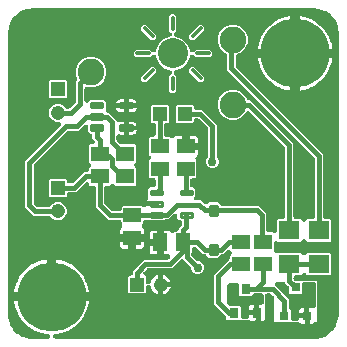
<source format=gbr>
G04 EAGLE Gerber RS-274X export*
G75*
%MOMM*%
%FSLAX34Y34*%
%LPD*%
%INTop Copper*%
%IPPOS*%
%AMOC8*
5,1,8,0,0,1.08239X$1,22.5*%
G01*
%ADD10R,1.208000X1.208000*%
%ADD11C,1.208000*%
%ADD12R,1.500000X1.300000*%
%ADD13R,1.300000X1.500000*%
%ADD14R,1.200000X1.200000*%
%ADD15C,0.438600*%
%ADD16C,5.842000*%
%ADD17R,0.800000X0.800000*%
%ADD18R,0.800000X0.900000*%
%ADD19R,1.803000X1.600000*%
%ADD20C,2.540000*%
%ADD21C,0.304800*%
%ADD22C,2.250000*%
%ADD23C,0.295000*%
%ADD24C,0.300000*%
%ADD25C,0.406400*%
%ADD26C,0.756400*%

G36*
X271476Y134171D02*
X271476Y134171D01*
X271578Y134171D01*
X271676Y134191D01*
X271775Y134201D01*
X271872Y134231D01*
X271972Y134251D01*
X272064Y134289D01*
X272160Y134319D01*
X272250Y134367D01*
X272343Y134407D01*
X272426Y134463D01*
X272514Y134511D01*
X272592Y134576D01*
X272677Y134633D01*
X272746Y134704D01*
X272823Y134768D01*
X272887Y134848D01*
X272958Y134921D01*
X273013Y135004D01*
X273075Y135082D01*
X273122Y135173D01*
X273178Y135258D01*
X273215Y135351D01*
X273261Y135439D01*
X273289Y135537D01*
X273327Y135632D01*
X273345Y135730D01*
X273372Y135826D01*
X273381Y135928D01*
X273399Y136028D01*
X273397Y136128D01*
X273405Y136228D01*
X273393Y136329D01*
X273391Y136431D01*
X273370Y136528D01*
X273358Y136627D01*
X273327Y136724D01*
X273305Y136824D01*
X273264Y136915D01*
X273233Y137010D01*
X273183Y137099D01*
X273142Y137192D01*
X273085Y137274D01*
X273035Y137361D01*
X272969Y137438D01*
X272910Y137521D01*
X272838Y137590D01*
X272772Y137665D01*
X272692Y137728D01*
X272618Y137798D01*
X272533Y137851D01*
X272454Y137912D01*
X272363Y137958D01*
X272276Y138012D01*
X272183Y138047D01*
X272094Y138092D01*
X271995Y138118D01*
X271900Y138154D01*
X271781Y138176D01*
X271705Y138196D01*
X271639Y138202D01*
X271573Y138213D01*
X270136Y138355D01*
X267076Y138964D01*
X264090Y139869D01*
X261209Y141063D01*
X258457Y142534D01*
X255864Y144267D01*
X253452Y146246D01*
X251246Y148452D01*
X249267Y150864D01*
X247534Y153457D01*
X246063Y156209D01*
X244869Y159090D01*
X243964Y162076D01*
X243355Y165136D01*
X243296Y165737D01*
X272768Y165737D01*
X272786Y165739D01*
X272803Y165737D01*
X272986Y165758D01*
X273168Y165777D01*
X273186Y165782D01*
X273203Y165784D01*
X273378Y165841D01*
X273553Y165895D01*
X273569Y165903D01*
X273586Y165909D01*
X273746Y165999D01*
X273907Y166087D01*
X273921Y166098D01*
X273937Y166107D01*
X274076Y166227D01*
X274217Y166344D01*
X274228Y166358D01*
X274241Y166370D01*
X274354Y166515D01*
X274469Y166658D01*
X274477Y166674D01*
X274488Y166688D01*
X274570Y166853D01*
X274655Y167015D01*
X274659Y167032D01*
X274667Y167049D01*
X274715Y167226D01*
X274766Y167402D01*
X274767Y167420D01*
X274772Y167437D01*
X274799Y167768D01*
X274799Y169801D01*
X274801Y169801D01*
X274801Y167768D01*
X274803Y167750D01*
X274801Y167732D01*
X274823Y167550D01*
X274841Y167367D01*
X274846Y167350D01*
X274848Y167333D01*
X274905Y167158D01*
X274959Y166982D01*
X274967Y166967D01*
X274973Y166950D01*
X275063Y166790D01*
X275151Y166628D01*
X275162Y166615D01*
X275171Y166599D01*
X275291Y166460D01*
X275408Y166319D01*
X275422Y166308D01*
X275434Y166295D01*
X275579Y166182D01*
X275722Y166067D01*
X275738Y166059D01*
X275752Y166048D01*
X275917Y165966D01*
X276080Y165881D01*
X276097Y165876D01*
X276113Y165868D01*
X276291Y165821D01*
X276466Y165770D01*
X276484Y165768D01*
X276501Y165764D01*
X276832Y165737D01*
X306304Y165737D01*
X306245Y165136D01*
X305636Y162076D01*
X304731Y159090D01*
X303537Y156209D01*
X302066Y153457D01*
X300333Y150864D01*
X298354Y148452D01*
X296148Y146246D01*
X293736Y144267D01*
X291143Y142534D01*
X288391Y141063D01*
X285510Y139869D01*
X282524Y138964D01*
X279464Y138355D01*
X278027Y138213D01*
X277927Y138193D01*
X277825Y138183D01*
X277730Y138154D01*
X277632Y138134D01*
X277538Y138095D01*
X277440Y138065D01*
X277352Y138018D01*
X277260Y137979D01*
X277176Y137922D01*
X277086Y137873D01*
X277010Y137810D01*
X276927Y137754D01*
X276855Y137681D01*
X276777Y137616D01*
X276714Y137538D01*
X276644Y137467D01*
X276589Y137381D01*
X276525Y137302D01*
X276479Y137213D01*
X276424Y137130D01*
X276386Y137035D01*
X276339Y136945D01*
X276312Y136849D01*
X276274Y136756D01*
X276256Y136656D01*
X276228Y136558D01*
X276220Y136458D01*
X276202Y136360D01*
X276203Y136258D01*
X276195Y136156D01*
X276206Y136057D01*
X276208Y135958D01*
X276230Y135858D01*
X276242Y135757D01*
X276273Y135662D01*
X276294Y135564D01*
X276335Y135471D01*
X276367Y135374D01*
X276416Y135287D01*
X276456Y135196D01*
X276514Y135112D01*
X276565Y135023D01*
X276630Y134948D01*
X276687Y134866D01*
X276761Y134796D01*
X276828Y134718D01*
X276907Y134657D01*
X276979Y134589D01*
X277065Y134534D01*
X277146Y134472D01*
X277235Y134427D01*
X277320Y134374D01*
X277415Y134338D01*
X277506Y134292D01*
X277603Y134266D01*
X277696Y134231D01*
X277797Y134214D01*
X277895Y134188D01*
X278016Y134178D01*
X278093Y134165D01*
X278159Y134166D01*
X278226Y134161D01*
X497734Y134161D01*
X497773Y134165D01*
X497823Y134163D01*
X499739Y134246D01*
X499824Y134258D01*
X499977Y134271D01*
X502484Y134679D01*
X502542Y134695D01*
X502602Y134702D01*
X502794Y134762D01*
X502873Y134783D01*
X502892Y134792D01*
X502918Y134801D01*
X507799Y136773D01*
X507919Y136835D01*
X508043Y136890D01*
X508106Y136934D01*
X508156Y136960D01*
X508217Y137009D01*
X508317Y137077D01*
X512408Y140390D01*
X512504Y140486D01*
X512606Y140574D01*
X512654Y140634D01*
X512694Y140674D01*
X512738Y140739D01*
X512814Y140833D01*
X515757Y145198D01*
X515821Y145316D01*
X515893Y145431D01*
X515922Y145502D01*
X515948Y145552D01*
X515957Y145582D01*
X515965Y145596D01*
X515980Y145650D01*
X516016Y145740D01*
X517555Y150774D01*
X517567Y150833D01*
X517587Y150889D01*
X517618Y151088D01*
X517634Y151169D01*
X517634Y151190D01*
X517638Y151217D01*
X517834Y153849D01*
X517832Y153912D01*
X517839Y154000D01*
X517839Y154137D01*
X517839Y156425D01*
X517839Y393734D01*
X517835Y393773D01*
X517837Y393823D01*
X517754Y395739D01*
X517742Y395824D01*
X517729Y395977D01*
X517321Y398484D01*
X517305Y398542D01*
X517298Y398602D01*
X517238Y398794D01*
X517217Y398873D01*
X517208Y398892D01*
X517199Y398918D01*
X515227Y403799D01*
X515165Y403919D01*
X515110Y404043D01*
X515066Y404106D01*
X515040Y404156D01*
X514991Y404217D01*
X514923Y404317D01*
X511610Y408408D01*
X511514Y408504D01*
X511426Y408606D01*
X511366Y408654D01*
X511326Y408694D01*
X511261Y408738D01*
X511167Y408814D01*
X506802Y411757D01*
X506684Y411821D01*
X506569Y411893D01*
X506498Y411922D01*
X506448Y411948D01*
X506373Y411971D01*
X506260Y412016D01*
X501226Y413555D01*
X501167Y413567D01*
X501111Y413587D01*
X500912Y413618D01*
X500831Y413634D01*
X500810Y413634D01*
X500783Y413638D01*
X498151Y413834D01*
X498088Y413832D01*
X498000Y413839D01*
X497808Y413839D01*
X495575Y413839D01*
X258266Y413839D01*
X258227Y413835D01*
X258177Y413837D01*
X256261Y413754D01*
X256176Y413742D01*
X256023Y413729D01*
X253516Y413321D01*
X253458Y413305D01*
X253398Y413298D01*
X253206Y413238D01*
X253127Y413217D01*
X253108Y413208D01*
X253082Y413199D01*
X248201Y411227D01*
X248081Y411165D01*
X247957Y411110D01*
X247894Y411066D01*
X247844Y411040D01*
X247783Y410991D01*
X247683Y410923D01*
X243592Y407610D01*
X243496Y407514D01*
X243394Y407426D01*
X243346Y407366D01*
X243306Y407326D01*
X243262Y407261D01*
X243186Y407167D01*
X240243Y402802D01*
X240235Y402789D01*
X240225Y402777D01*
X240170Y402670D01*
X240107Y402569D01*
X240078Y402497D01*
X240052Y402448D01*
X240047Y402433D01*
X240040Y402419D01*
X240021Y402353D01*
X239984Y402260D01*
X238445Y397226D01*
X238433Y397167D01*
X238413Y397111D01*
X238382Y396912D01*
X238366Y396831D01*
X238366Y396810D01*
X238362Y396783D01*
X238166Y394151D01*
X238168Y394088D01*
X238161Y394000D01*
X238161Y391575D01*
X238161Y154000D01*
X238166Y153944D01*
X238165Y153867D01*
X238317Y151543D01*
X238323Y151510D01*
X238323Y151476D01*
X238382Y151150D01*
X239586Y146659D01*
X239621Y146566D01*
X239647Y146469D01*
X239700Y146357D01*
X239728Y146283D01*
X239757Y146236D01*
X239788Y146170D01*
X242113Y142144D01*
X242171Y142062D01*
X242221Y141976D01*
X242301Y141881D01*
X242348Y141817D01*
X242388Y141779D01*
X242436Y141723D01*
X245723Y138436D01*
X245800Y138372D01*
X245871Y138302D01*
X245973Y138231D01*
X246034Y138181D01*
X246083Y138155D01*
X246144Y138113D01*
X250170Y135788D01*
X250261Y135747D01*
X250347Y135697D01*
X250464Y135656D01*
X250536Y135623D01*
X250590Y135610D01*
X250659Y135586D01*
X255150Y134382D01*
X255183Y134377D01*
X255214Y134366D01*
X255543Y134317D01*
X257867Y134165D01*
X257924Y134167D01*
X258000Y134161D01*
X271374Y134161D01*
X271476Y134171D01*
G37*
%LPC*%
G36*
X492582Y147208D02*
X492582Y147208D01*
X492570Y147221D01*
X492561Y147237D01*
X492441Y147376D01*
X492324Y147517D01*
X492310Y147528D01*
X492298Y147542D01*
X492153Y147654D01*
X492010Y147769D01*
X491994Y147777D01*
X491980Y147788D01*
X491815Y147870D01*
X491653Y147955D01*
X491636Y147960D01*
X491620Y147968D01*
X491442Y148015D01*
X491266Y148066D01*
X491248Y148068D01*
X491231Y148072D01*
X490900Y148099D01*
X490882Y148098D01*
X490865Y148099D01*
X490864Y148099D01*
X490682Y148078D01*
X490499Y148059D01*
X490482Y148054D01*
X490464Y148052D01*
X490290Y147995D01*
X490114Y147941D01*
X490099Y147933D01*
X490082Y147927D01*
X489921Y147837D01*
X489760Y147749D01*
X489747Y147738D01*
X489731Y147729D01*
X489592Y147609D01*
X489451Y147492D01*
X489440Y147478D01*
X489426Y147466D01*
X489314Y147321D01*
X489199Y147178D01*
X489190Y147162D01*
X489180Y147148D01*
X489135Y147059D01*
X486565Y147059D01*
X485919Y147232D01*
X485307Y147586D01*
X485226Y147649D01*
X485091Y147759D01*
X485067Y147772D01*
X485046Y147788D01*
X484890Y147866D01*
X484736Y147948D01*
X484710Y147956D01*
X484686Y147968D01*
X484516Y148013D01*
X484350Y148063D01*
X484323Y148065D01*
X484297Y148072D01*
X483966Y148099D01*
X477397Y148099D01*
X477370Y148097D01*
X477342Y148099D01*
X477170Y148077D01*
X477156Y148075D01*
X466696Y148075D01*
X466403Y148099D01*
X463423Y148099D01*
X463129Y148393D01*
X463129Y168999D01*
X463127Y169026D01*
X463129Y169053D01*
X463107Y169227D01*
X463089Y169400D01*
X463082Y169425D01*
X463078Y169452D01*
X463023Y169618D01*
X462971Y169785D01*
X462958Y169808D01*
X462950Y169834D01*
X462863Y169985D01*
X462779Y170139D01*
X462762Y170159D01*
X462749Y170183D01*
X462534Y170436D01*
X461022Y171948D01*
X461001Y171965D01*
X460983Y171986D01*
X460846Y172093D01*
X460710Y172203D01*
X460687Y172216D01*
X460665Y172232D01*
X460508Y172310D01*
X460354Y172392D01*
X460329Y172400D01*
X460305Y172412D01*
X460135Y172457D01*
X459969Y172507D01*
X459942Y172509D01*
X459916Y172516D01*
X459585Y172543D01*
X457632Y172543D01*
X457614Y172541D01*
X457596Y172543D01*
X457414Y172522D01*
X457231Y172503D01*
X457214Y172498D01*
X457197Y172496D01*
X457022Y172439D01*
X456846Y172385D01*
X456831Y172377D01*
X456814Y172371D01*
X456654Y172281D01*
X456492Y172193D01*
X456479Y172182D01*
X456463Y172173D01*
X456324Y172053D01*
X456183Y171936D01*
X456172Y171922D01*
X456158Y171910D01*
X456046Y171765D01*
X455931Y171622D01*
X455923Y171606D01*
X455912Y171592D01*
X455830Y171427D01*
X455745Y171265D01*
X455740Y171248D01*
X455732Y171232D01*
X455685Y171053D01*
X455634Y170878D01*
X455632Y170860D01*
X455628Y170843D01*
X455601Y170512D01*
X455601Y150393D01*
X455282Y150074D01*
X455133Y150059D01*
X455108Y150052D01*
X455081Y150048D01*
X454915Y149993D01*
X454748Y149941D01*
X454725Y149928D01*
X454699Y149920D01*
X454548Y149833D01*
X454394Y149749D01*
X454374Y149732D01*
X454350Y149719D01*
X454195Y149587D01*
X453581Y149232D01*
X452935Y149059D01*
X450362Y149059D01*
X450282Y149208D01*
X450270Y149221D01*
X450261Y149237D01*
X450141Y149376D01*
X450024Y149517D01*
X450010Y149528D01*
X449998Y149542D01*
X449853Y149654D01*
X449710Y149769D01*
X449694Y149777D01*
X449680Y149788D01*
X449515Y149870D01*
X449353Y149955D01*
X449336Y149960D01*
X449320Y149968D01*
X449142Y150015D01*
X448966Y150066D01*
X448948Y150068D01*
X448931Y150072D01*
X448600Y150099D01*
X448582Y150098D01*
X448565Y150099D01*
X448564Y150099D01*
X448382Y150078D01*
X448199Y150059D01*
X448182Y150054D01*
X448164Y150052D01*
X447990Y149995D01*
X447814Y149941D01*
X447799Y149933D01*
X447782Y149927D01*
X447621Y149837D01*
X447460Y149749D01*
X447447Y149738D01*
X447431Y149729D01*
X447292Y149609D01*
X447151Y149492D01*
X447140Y149478D01*
X447126Y149466D01*
X447014Y149321D01*
X446899Y149178D01*
X446890Y149162D01*
X446880Y149148D01*
X446835Y149059D01*
X444265Y149059D01*
X443619Y149232D01*
X443007Y149586D01*
X442926Y149649D01*
X442791Y149759D01*
X442767Y149772D01*
X442746Y149788D01*
X442589Y149866D01*
X442435Y149948D01*
X442410Y149956D01*
X442386Y149968D01*
X442216Y150013D01*
X442049Y150063D01*
X442023Y150065D01*
X441997Y150072D01*
X441666Y150099D01*
X435097Y150099D01*
X435070Y150097D01*
X435044Y150099D01*
X434870Y150077D01*
X434856Y150075D01*
X424396Y150075D01*
X424103Y150099D01*
X422893Y150099D01*
X422599Y150393D01*
X422599Y152529D01*
X422597Y152556D01*
X422599Y152583D01*
X422577Y152757D01*
X422559Y152930D01*
X422552Y152955D01*
X422548Y152982D01*
X422493Y153148D01*
X422441Y153315D01*
X422428Y153338D01*
X422420Y153364D01*
X422333Y153515D01*
X422249Y153669D01*
X422232Y153689D01*
X422219Y153713D01*
X422004Y153966D01*
X412443Y163527D01*
X412443Y188473D01*
X424968Y200998D01*
X424984Y201007D01*
X424997Y201018D01*
X425013Y201027D01*
X425152Y201147D01*
X425293Y201264D01*
X425304Y201278D01*
X425318Y201290D01*
X425430Y201435D01*
X425545Y201578D01*
X425553Y201594D01*
X425564Y201608D01*
X425646Y201773D01*
X425731Y201935D01*
X425736Y201952D01*
X425744Y201968D01*
X425791Y202147D01*
X425842Y202322D01*
X425844Y202340D01*
X425848Y202357D01*
X425875Y202688D01*
X425875Y204232D01*
X426807Y205164D01*
X426819Y205178D01*
X426832Y205189D01*
X426946Y205333D01*
X427062Y205475D01*
X427071Y205491D01*
X427082Y205505D01*
X427165Y205669D01*
X427251Y205831D01*
X427256Y205848D01*
X427264Y205864D01*
X427314Y206041D01*
X427366Y206217D01*
X427367Y206235D01*
X427372Y206252D01*
X427386Y206435D01*
X427402Y206618D01*
X427400Y206636D01*
X427402Y206653D01*
X427379Y206835D01*
X427359Y207018D01*
X427353Y207035D01*
X427351Y207053D01*
X427293Y207226D01*
X427237Y207402D01*
X427229Y207418D01*
X427223Y207434D01*
X427131Y207594D01*
X427043Y207754D01*
X427031Y207768D01*
X427022Y207783D01*
X426807Y208036D01*
X425873Y208971D01*
X425859Y208982D01*
X425848Y208995D01*
X425704Y209109D01*
X425562Y209226D01*
X425546Y209234D01*
X425532Y209245D01*
X425367Y209329D01*
X425206Y209414D01*
X425189Y209419D01*
X425173Y209427D01*
X424995Y209477D01*
X424820Y209529D01*
X424802Y209531D01*
X424785Y209535D01*
X424602Y209549D01*
X424419Y209565D01*
X424401Y209563D01*
X424384Y209565D01*
X424202Y209542D01*
X424019Y209522D01*
X424002Y209517D01*
X423984Y209514D01*
X423811Y209456D01*
X423635Y209401D01*
X423619Y209392D01*
X423602Y209386D01*
X423443Y209294D01*
X423283Y209206D01*
X423269Y209194D01*
X423254Y209185D01*
X423001Y208971D01*
X419873Y205843D01*
X419256Y205843D01*
X419230Y205841D01*
X419203Y205843D01*
X419029Y205821D01*
X418856Y205803D01*
X418830Y205796D01*
X418804Y205792D01*
X418638Y205736D01*
X418471Y205685D01*
X418447Y205672D01*
X418422Y205664D01*
X418270Y205577D01*
X418117Y205493D01*
X418096Y205476D01*
X418073Y205463D01*
X417820Y205248D01*
X415347Y202775D01*
X408053Y202775D01*
X405580Y205248D01*
X405559Y205265D01*
X405542Y205286D01*
X405404Y205393D01*
X405268Y205503D01*
X405245Y205516D01*
X405224Y205532D01*
X405067Y205610D01*
X404913Y205692D01*
X404887Y205700D01*
X404863Y205712D01*
X404694Y205757D01*
X404527Y205807D01*
X404500Y205809D01*
X404474Y205816D01*
X404144Y205843D01*
X403127Y205843D01*
X397492Y211478D01*
X397485Y211483D01*
X397480Y211490D01*
X397330Y211611D01*
X397181Y211733D01*
X397173Y211737D01*
X397166Y211743D01*
X396996Y211831D01*
X396825Y211921D01*
X396816Y211924D01*
X396809Y211928D01*
X396624Y211981D01*
X396439Y212036D01*
X396430Y212037D01*
X396422Y212039D01*
X396230Y212055D01*
X396038Y212073D01*
X396029Y212072D01*
X396020Y212072D01*
X395831Y212050D01*
X395638Y212029D01*
X395629Y212026D01*
X395621Y212025D01*
X395439Y211966D01*
X395254Y211908D01*
X395246Y211903D01*
X395238Y211901D01*
X395069Y211806D01*
X394902Y211713D01*
X394895Y211707D01*
X394887Y211703D01*
X394741Y211577D01*
X394595Y211452D01*
X394589Y211445D01*
X394582Y211440D01*
X394465Y211288D01*
X394345Y211136D01*
X394341Y211128D01*
X394336Y211121D01*
X394250Y210949D01*
X394163Y210778D01*
X394160Y210769D01*
X394156Y210761D01*
X394106Y210574D01*
X394055Y210390D01*
X394054Y210381D01*
X394052Y210372D01*
X394025Y210041D01*
X394025Y207568D01*
X393597Y207141D01*
X393586Y207127D01*
X393573Y207116D01*
X393459Y206972D01*
X393342Y206830D01*
X393334Y206814D01*
X393323Y206800D01*
X393240Y206636D01*
X393154Y206474D01*
X393149Y206457D01*
X393141Y206441D01*
X393091Y206264D01*
X393039Y206088D01*
X393037Y206070D01*
X393033Y206053D01*
X393019Y205870D01*
X393003Y205687D01*
X393005Y205669D01*
X393003Y205652D01*
X393026Y205469D01*
X393046Y205287D01*
X393051Y205270D01*
X393054Y205252D01*
X393112Y205078D01*
X393167Y204903D01*
X393176Y204887D01*
X393182Y204870D01*
X393273Y204712D01*
X393362Y204551D01*
X393374Y204537D01*
X393383Y204522D01*
X393597Y204269D01*
X397654Y200212D01*
X397675Y200195D01*
X397693Y200174D01*
X397830Y200067D01*
X397966Y199957D01*
X397989Y199944D01*
X398011Y199928D01*
X398168Y199850D01*
X398322Y199768D01*
X398347Y199760D01*
X398371Y199748D01*
X398541Y199703D01*
X398707Y199653D01*
X398734Y199651D01*
X398760Y199644D01*
X399091Y199617D01*
X399582Y199617D01*
X401532Y198809D01*
X403025Y197316D01*
X403833Y195366D01*
X403833Y193254D01*
X403025Y191304D01*
X401532Y189811D01*
X399582Y189003D01*
X397470Y189003D01*
X395520Y189811D01*
X394027Y191304D01*
X393219Y193254D01*
X393219Y193745D01*
X393217Y193772D01*
X393219Y193799D01*
X393197Y193973D01*
X393179Y194146D01*
X393172Y194171D01*
X393168Y194198D01*
X393113Y194364D01*
X393061Y194531D01*
X393048Y194554D01*
X393040Y194580D01*
X392953Y194731D01*
X392869Y194885D01*
X392852Y194905D01*
X392839Y194929D01*
X392624Y195182D01*
X386627Y201179D01*
X386613Y201190D01*
X386602Y201204D01*
X386458Y201318D01*
X386316Y201434D01*
X386300Y201442D01*
X386286Y201453D01*
X386122Y201537D01*
X385960Y201622D01*
X385943Y201627D01*
X385927Y201636D01*
X385750Y201685D01*
X385574Y201737D01*
X385556Y201739D01*
X385539Y201744D01*
X385356Y201757D01*
X385173Y201774D01*
X385155Y201772D01*
X385138Y201773D01*
X384956Y201750D01*
X384773Y201730D01*
X384756Y201725D01*
X384738Y201723D01*
X384564Y201664D01*
X384389Y201609D01*
X384373Y201600D01*
X384357Y201594D01*
X384197Y201502D01*
X384037Y201414D01*
X384023Y201402D01*
X384008Y201393D01*
X383755Y201179D01*
X376377Y193801D01*
X356645Y193801D01*
X356618Y193799D01*
X356591Y193801D01*
X356417Y193779D01*
X356244Y193761D01*
X356219Y193754D01*
X356192Y193750D01*
X356026Y193694D01*
X355859Y193643D01*
X355836Y193631D01*
X355810Y193622D01*
X355659Y193535D01*
X355505Y193451D01*
X355485Y193434D01*
X355461Y193421D01*
X355208Y193206D01*
X353062Y191060D01*
X353057Y191053D01*
X353050Y191048D01*
X352929Y190898D01*
X352807Y190749D01*
X352803Y190741D01*
X352797Y190734D01*
X352709Y190564D01*
X352619Y190393D01*
X352616Y190384D01*
X352612Y190377D01*
X352559Y190192D01*
X352504Y190007D01*
X352503Y189998D01*
X352501Y189990D01*
X352485Y189799D01*
X352467Y189606D01*
X352468Y189597D01*
X352468Y189588D01*
X352490Y189399D01*
X352511Y189206D01*
X352514Y189197D01*
X352515Y189189D01*
X352575Y189004D01*
X352632Y188822D01*
X352637Y188814D01*
X352639Y188806D01*
X352734Y188638D01*
X352827Y188470D01*
X352833Y188463D01*
X352837Y188455D01*
X352963Y188310D01*
X353088Y188163D01*
X353095Y188157D01*
X353100Y188150D01*
X353252Y188033D01*
X353404Y187913D01*
X353412Y187909D01*
X353419Y187904D01*
X353591Y187818D01*
X353622Y187802D01*
X354725Y186700D01*
X354725Y182176D01*
X354729Y182134D01*
X354726Y182092D01*
X354749Y181934D01*
X354765Y181775D01*
X354777Y181735D01*
X354783Y181693D01*
X354836Y181543D01*
X354883Y181390D01*
X354903Y181353D01*
X354917Y181313D01*
X354999Y181177D01*
X355075Y181036D01*
X355102Y181004D01*
X355123Y180968D01*
X355231Y180849D01*
X355332Y180727D01*
X355365Y180701D01*
X355394Y180669D01*
X355522Y180575D01*
X355646Y180475D01*
X355684Y180455D01*
X355718Y180430D01*
X355862Y180363D01*
X356003Y180289D01*
X356044Y180278D01*
X356082Y180260D01*
X356237Y180222D01*
X356390Y180178D01*
X356432Y180174D01*
X356474Y180164D01*
X356633Y180158D01*
X356792Y180145D01*
X356833Y180150D01*
X356876Y180148D01*
X357033Y180173D01*
X357191Y180192D01*
X357232Y180205D01*
X357273Y180212D01*
X357423Y180267D01*
X357574Y180317D01*
X357611Y180338D01*
X357651Y180352D01*
X357786Y180436D01*
X357925Y180515D01*
X357957Y180542D01*
X357993Y180565D01*
X358109Y180674D01*
X358229Y180778D01*
X358255Y180811D01*
X358286Y180840D01*
X358379Y180970D01*
X358476Y181096D01*
X358495Y181134D01*
X358520Y181168D01*
X358584Y181313D01*
X358656Y181457D01*
X358667Y181497D01*
X358684Y181536D01*
X358749Y181803D01*
X358760Y181845D01*
X358761Y181852D01*
X358762Y181858D01*
X358791Y182038D01*
X359208Y183322D01*
X359821Y184525D01*
X360615Y185618D01*
X361570Y186573D01*
X362663Y187367D01*
X363866Y187980D01*
X365129Y188390D01*
X365129Y180028D01*
X365129Y171666D01*
X363866Y172076D01*
X362663Y172689D01*
X361570Y173483D01*
X360615Y174438D01*
X359821Y175531D01*
X359208Y176734D01*
X358791Y178018D01*
X358762Y178198D01*
X358752Y178239D01*
X358747Y178281D01*
X358701Y178433D01*
X358660Y178587D01*
X358642Y178625D01*
X358629Y178666D01*
X358553Y178806D01*
X358483Y178949D01*
X358458Y178982D01*
X358437Y179020D01*
X358336Y179142D01*
X358239Y179268D01*
X358207Y179296D01*
X358180Y179329D01*
X358056Y179429D01*
X357936Y179534D01*
X357899Y179555D01*
X357866Y179581D01*
X357724Y179655D01*
X357586Y179734D01*
X357546Y179747D01*
X357509Y179767D01*
X357356Y179811D01*
X357204Y179861D01*
X357162Y179866D01*
X357122Y179878D01*
X356963Y179891D01*
X356805Y179911D01*
X356763Y179907D01*
X356720Y179911D01*
X356562Y179892D01*
X356403Y179880D01*
X356363Y179869D01*
X356321Y179864D01*
X356169Y179815D01*
X356016Y179772D01*
X355978Y179752D01*
X355938Y179739D01*
X355799Y179661D01*
X355657Y179588D01*
X355624Y179562D01*
X355587Y179541D01*
X355467Y179437D01*
X355342Y179338D01*
X355314Y179306D01*
X355282Y179278D01*
X355185Y179152D01*
X355082Y179031D01*
X355062Y178993D01*
X355036Y178960D01*
X354965Y178817D01*
X354888Y178678D01*
X354875Y178637D01*
X354856Y178599D01*
X354815Y178445D01*
X354767Y178294D01*
X354763Y178252D01*
X354752Y178211D01*
X354729Y177937D01*
X354725Y177893D01*
X354725Y177887D01*
X354725Y177880D01*
X354725Y173356D01*
X353832Y172463D01*
X340488Y172463D01*
X339595Y173356D01*
X339595Y186700D01*
X340488Y187593D01*
X341572Y187593D01*
X341590Y187595D01*
X341608Y187593D01*
X341790Y187614D01*
X341973Y187633D01*
X341990Y187638D01*
X342007Y187640D01*
X342182Y187697D01*
X342358Y187751D01*
X342373Y187759D01*
X342390Y187765D01*
X342550Y187855D01*
X342712Y187943D01*
X342725Y187954D01*
X342741Y187963D01*
X342880Y188083D01*
X343021Y188200D01*
X343032Y188214D01*
X343046Y188226D01*
X343158Y188371D01*
X343273Y188514D01*
X343281Y188530D01*
X343292Y188544D01*
X343374Y188709D01*
X343459Y188871D01*
X343464Y188888D01*
X343472Y188904D01*
X343519Y189083D01*
X343570Y189258D01*
X343572Y189276D01*
X343576Y189293D01*
X343603Y189624D01*
X343603Y191661D01*
X352857Y200915D01*
X372589Y200915D01*
X372616Y200917D01*
X372643Y200915D01*
X372816Y200937D01*
X372990Y200955D01*
X373016Y200962D01*
X373042Y200966D01*
X373208Y201021D01*
X373375Y201073D01*
X373398Y201086D01*
X373424Y201094D01*
X373576Y201181D01*
X373729Y201265D01*
X373749Y201282D01*
X373773Y201295D01*
X374026Y201510D01*
X374708Y202192D01*
X374713Y202199D01*
X374720Y202204D01*
X374840Y202353D01*
X374963Y202503D01*
X374967Y202511D01*
X374973Y202518D01*
X375060Y202687D01*
X375151Y202859D01*
X375154Y202868D01*
X375158Y202875D01*
X375211Y203059D01*
X375266Y203245D01*
X375267Y203254D01*
X375269Y203262D01*
X375285Y203453D01*
X375303Y203646D01*
X375302Y203655D01*
X375302Y203664D01*
X375280Y203853D01*
X375259Y204046D01*
X375256Y204055D01*
X375255Y204063D01*
X375196Y204246D01*
X375138Y204430D01*
X375133Y204438D01*
X375131Y204446D01*
X375036Y204615D01*
X374943Y204782D01*
X374937Y204789D01*
X374933Y204797D01*
X374807Y204942D01*
X374682Y205089D01*
X374675Y205095D01*
X374670Y205102D01*
X374518Y205219D01*
X374366Y205339D01*
X374359Y205343D01*
X374351Y205348D01*
X374178Y205435D01*
X374008Y205521D01*
X373999Y205524D01*
X373991Y205528D01*
X373803Y205578D01*
X373620Y205629D01*
X373611Y205630D01*
X373602Y205632D01*
X373271Y205659D01*
X370249Y205659D01*
X370249Y214482D01*
X370247Y214500D01*
X370249Y214517D01*
X370228Y214699D01*
X370209Y214882D01*
X370204Y214899D01*
X370202Y214917D01*
X370145Y215092D01*
X370091Y215267D01*
X370083Y215283D01*
X370077Y215300D01*
X369987Y215460D01*
X369899Y215621D01*
X369888Y215635D01*
X369879Y215651D01*
X369834Y215703D01*
X369919Y215808D01*
X369927Y215824D01*
X369938Y215838D01*
X370020Y216003D01*
X370105Y216166D01*
X370110Y216183D01*
X370118Y216199D01*
X370165Y216377D01*
X370216Y216552D01*
X370218Y216570D01*
X370222Y216587D01*
X370249Y216918D01*
X370249Y225741D01*
X373835Y225741D01*
X374481Y225568D01*
X375060Y225233D01*
X375611Y224682D01*
X375678Y224589D01*
X375738Y224533D01*
X375791Y224470D01*
X375885Y224396D01*
X375972Y224315D01*
X376043Y224272D01*
X376107Y224220D01*
X376214Y224166D01*
X376315Y224104D01*
X376393Y224075D01*
X376466Y224038D01*
X376581Y224006D01*
X376693Y223965D01*
X376775Y223952D01*
X376854Y223930D01*
X376973Y223921D01*
X377091Y223903D01*
X377173Y223907D01*
X377256Y223901D01*
X377374Y223916D01*
X377493Y223921D01*
X377573Y223941D01*
X377655Y223951D01*
X377768Y223989D01*
X377884Y224018D01*
X377959Y224053D01*
X378037Y224079D01*
X378140Y224139D01*
X378248Y224190D01*
X378314Y224239D01*
X378386Y224280D01*
X378502Y224379D01*
X378571Y224430D01*
X378598Y224461D01*
X378639Y224495D01*
X378868Y224725D01*
X380412Y224725D01*
X380430Y224727D01*
X380448Y224725D01*
X380630Y224746D01*
X380813Y224765D01*
X380830Y224770D01*
X380847Y224772D01*
X381022Y224829D01*
X381198Y224883D01*
X381213Y224891D01*
X381230Y224897D01*
X381390Y224987D01*
X381552Y225075D01*
X381565Y225086D01*
X381581Y225095D01*
X381720Y225215D01*
X381861Y225332D01*
X381872Y225346D01*
X381886Y225358D01*
X381998Y225503D01*
X382113Y225646D01*
X382121Y225662D01*
X382132Y225676D01*
X382214Y225841D01*
X382299Y226003D01*
X382304Y226020D01*
X382312Y226036D01*
X382359Y226215D01*
X382410Y226390D01*
X382412Y226408D01*
X382416Y226425D01*
X382443Y226756D01*
X382443Y227453D01*
X384798Y229808D01*
X384815Y229829D01*
X384836Y229847D01*
X384943Y229984D01*
X385053Y230120D01*
X385066Y230143D01*
X385082Y230165D01*
X385160Y230322D01*
X385242Y230476D01*
X385250Y230501D01*
X385262Y230525D01*
X385307Y230695D01*
X385357Y230861D01*
X385359Y230888D01*
X385366Y230914D01*
X385393Y231245D01*
X385393Y232394D01*
X385391Y232412D01*
X385393Y232430D01*
X385372Y232612D01*
X385353Y232795D01*
X385348Y232812D01*
X385346Y232829D01*
X385289Y233004D01*
X385235Y233180D01*
X385227Y233195D01*
X385221Y233212D01*
X385131Y233372D01*
X385043Y233534D01*
X385032Y233547D01*
X385023Y233563D01*
X384903Y233702D01*
X384786Y233843D01*
X384772Y233854D01*
X384760Y233868D01*
X384615Y233980D01*
X384472Y234095D01*
X384456Y234103D01*
X384442Y234114D01*
X384277Y234196D01*
X384115Y234281D01*
X384098Y234286D01*
X384082Y234294D01*
X383903Y234341D01*
X383728Y234392D01*
X383710Y234394D01*
X383693Y234398D01*
X383362Y234425D01*
X383132Y234425D01*
X381375Y236182D01*
X381375Y238091D01*
X381374Y238100D01*
X381375Y238109D01*
X381354Y238301D01*
X381335Y238492D01*
X381333Y238501D01*
X381332Y238509D01*
X381274Y238690D01*
X381217Y238877D01*
X381213Y238885D01*
X381210Y238893D01*
X381117Y239062D01*
X381025Y239231D01*
X381020Y239238D01*
X381015Y239246D01*
X380891Y239393D01*
X380768Y239540D01*
X380761Y239546D01*
X380755Y239553D01*
X380604Y239672D01*
X380454Y239793D01*
X380446Y239797D01*
X380439Y239802D01*
X380266Y239890D01*
X380097Y239978D01*
X380088Y239981D01*
X380080Y239985D01*
X379894Y240037D01*
X379710Y240089D01*
X379701Y240090D01*
X379692Y240093D01*
X379499Y240107D01*
X379308Y240122D01*
X379300Y240121D01*
X379291Y240122D01*
X379098Y240098D01*
X378909Y240075D01*
X378900Y240073D01*
X378891Y240072D01*
X378708Y240010D01*
X378526Y239951D01*
X378518Y239946D01*
X378510Y239943D01*
X378343Y239847D01*
X378175Y239753D01*
X378168Y239747D01*
X378161Y239742D01*
X377908Y239528D01*
X373723Y235343D01*
X371427Y235343D01*
X371400Y235341D01*
X371374Y235343D01*
X371200Y235321D01*
X371026Y235303D01*
X371001Y235296D01*
X370974Y235292D01*
X370809Y235237D01*
X370641Y235185D01*
X370618Y235172D01*
X370592Y235164D01*
X370441Y235077D01*
X370287Y234993D01*
X370267Y234976D01*
X370244Y234963D01*
X369991Y234748D01*
X369668Y234425D01*
X358020Y234425D01*
X357933Y234493D01*
X357798Y234603D01*
X357774Y234616D01*
X357753Y234632D01*
X357596Y234710D01*
X357442Y234792D01*
X357417Y234800D01*
X357393Y234812D01*
X357223Y234857D01*
X357056Y234907D01*
X357030Y234909D01*
X357004Y234916D01*
X356673Y234943D01*
X354156Y234943D01*
X354138Y234941D01*
X354120Y234943D01*
X353938Y234922D01*
X353755Y234903D01*
X353738Y234898D01*
X353721Y234896D01*
X353546Y234839D01*
X353370Y234785D01*
X353355Y234777D01*
X353338Y234771D01*
X353178Y234681D01*
X353016Y234593D01*
X353003Y234582D01*
X352987Y234573D01*
X352848Y234453D01*
X352707Y234336D01*
X352696Y234322D01*
X352682Y234310D01*
X352570Y234165D01*
X352455Y234022D01*
X352447Y234006D01*
X352436Y233992D01*
X352354Y233827D01*
X352269Y233665D01*
X352264Y233648D01*
X352256Y233632D01*
X352209Y233453D01*
X352158Y233278D01*
X352156Y233260D01*
X352152Y233243D01*
X352125Y232912D01*
X352125Y231368D01*
X351895Y231139D01*
X351843Y231075D01*
X351783Y231018D01*
X351715Y230919D01*
X351640Y230827D01*
X351601Y230754D01*
X351554Y230686D01*
X351507Y230577D01*
X351451Y230472D01*
X351428Y230392D01*
X351395Y230317D01*
X351370Y230200D01*
X351336Y230086D01*
X351329Y230003D01*
X351312Y229923D01*
X351311Y229803D01*
X351300Y229685D01*
X351309Y229602D01*
X351308Y229520D01*
X351331Y229403D01*
X351343Y229284D01*
X351368Y229206D01*
X351384Y229125D01*
X351429Y229014D01*
X351465Y228901D01*
X351505Y228828D01*
X351536Y228752D01*
X351602Y228653D01*
X351660Y228548D01*
X351713Y228485D01*
X351759Y228417D01*
X351843Y228332D01*
X351920Y228241D01*
X351985Y228190D01*
X352043Y228132D01*
X352102Y228091D01*
X352633Y227560D01*
X352968Y226981D01*
X353141Y226335D01*
X353141Y222749D01*
X344318Y222749D01*
X344300Y222747D01*
X344283Y222749D01*
X344100Y222728D01*
X343918Y222709D01*
X343901Y222704D01*
X343883Y222702D01*
X343708Y222645D01*
X343533Y222591D01*
X343517Y222583D01*
X343500Y222577D01*
X343340Y222487D01*
X343179Y222399D01*
X343165Y222388D01*
X343149Y222379D01*
X343097Y222334D01*
X342992Y222419D01*
X342976Y222427D01*
X342962Y222438D01*
X342797Y222520D01*
X342634Y222605D01*
X342617Y222610D01*
X342601Y222618D01*
X342423Y222665D01*
X342248Y222716D01*
X342230Y222718D01*
X342213Y222722D01*
X341882Y222749D01*
X333059Y222749D01*
X333059Y226335D01*
X333232Y226981D01*
X333567Y227560D01*
X334117Y228111D01*
X334211Y228178D01*
X334267Y228238D01*
X334330Y228291D01*
X334404Y228385D01*
X334485Y228472D01*
X334528Y228543D01*
X334580Y228607D01*
X334634Y228714D01*
X334696Y228815D01*
X334725Y228893D01*
X334762Y228966D01*
X334794Y229081D01*
X334835Y229193D01*
X334848Y229275D01*
X334870Y229354D01*
X334879Y229473D01*
X334897Y229591D01*
X334893Y229673D01*
X334899Y229756D01*
X334884Y229874D01*
X334879Y229993D01*
X334859Y230073D01*
X334849Y230155D01*
X334811Y230268D01*
X334782Y230384D01*
X334747Y230459D01*
X334721Y230537D01*
X334661Y230640D01*
X334610Y230748D01*
X334561Y230814D01*
X334520Y230886D01*
X334421Y231002D01*
X334370Y231071D01*
X334339Y231098D01*
X334305Y231139D01*
X334075Y231368D01*
X334075Y232912D01*
X334073Y232930D01*
X334075Y232948D01*
X334054Y233130D01*
X334035Y233313D01*
X334030Y233330D01*
X334028Y233347D01*
X333971Y233522D01*
X333917Y233698D01*
X333909Y233713D01*
X333903Y233730D01*
X333813Y233890D01*
X333725Y234052D01*
X333714Y234065D01*
X333705Y234081D01*
X333585Y234220D01*
X333468Y234361D01*
X333454Y234372D01*
X333442Y234386D01*
X333297Y234498D01*
X333154Y234613D01*
X333138Y234621D01*
X333124Y234632D01*
X332959Y234714D01*
X332797Y234799D01*
X332780Y234804D01*
X332764Y234812D01*
X332585Y234859D01*
X332410Y234910D01*
X332392Y234912D01*
X332375Y234916D01*
X332044Y234943D01*
X323027Y234943D01*
X312243Y245727D01*
X312243Y261744D01*
X312241Y261762D01*
X312243Y261780D01*
X312222Y261962D01*
X312203Y262145D01*
X312198Y262162D01*
X312196Y262179D01*
X312139Y262354D01*
X312085Y262530D01*
X312077Y262545D01*
X312071Y262562D01*
X311981Y262722D01*
X311893Y262884D01*
X311882Y262897D01*
X311873Y262913D01*
X311753Y263052D01*
X311636Y263193D01*
X311622Y263204D01*
X311610Y263218D01*
X311465Y263330D01*
X311322Y263445D01*
X311306Y263453D01*
X311292Y263464D01*
X311127Y263546D01*
X310965Y263631D01*
X310948Y263636D01*
X310932Y263644D01*
X310753Y263691D01*
X310578Y263742D01*
X310560Y263744D01*
X310543Y263748D01*
X310212Y263775D01*
X307668Y263775D01*
X306775Y264668D01*
X306775Y264841D01*
X306774Y264850D01*
X306775Y264859D01*
X306754Y265053D01*
X306735Y265242D01*
X306733Y265250D01*
X306732Y265259D01*
X306674Y265443D01*
X306617Y265627D01*
X306613Y265635D01*
X306610Y265643D01*
X306518Y265811D01*
X306425Y265981D01*
X306420Y265988D01*
X306415Y265996D01*
X306291Y266143D01*
X306168Y266290D01*
X306161Y266296D01*
X306155Y266303D01*
X306003Y266422D01*
X305854Y266543D01*
X305846Y266547D01*
X305839Y266552D01*
X305666Y266640D01*
X305497Y266728D01*
X305488Y266731D01*
X305480Y266735D01*
X305294Y266787D01*
X305110Y266839D01*
X305101Y266840D01*
X305092Y266843D01*
X304899Y266857D01*
X304708Y266872D01*
X304700Y266871D01*
X304691Y266872D01*
X304498Y266848D01*
X304309Y266825D01*
X304300Y266823D01*
X304291Y266822D01*
X304108Y266760D01*
X303926Y266701D01*
X303918Y266696D01*
X303910Y266693D01*
X303743Y266597D01*
X303575Y266503D01*
X303568Y266497D01*
X303561Y266492D01*
X303308Y266278D01*
X295521Y258491D01*
X289656Y258491D01*
X289638Y258489D01*
X289620Y258491D01*
X289438Y258470D01*
X289255Y258451D01*
X289238Y258446D01*
X289221Y258444D01*
X289046Y258387D01*
X288870Y258333D01*
X288855Y258325D01*
X288838Y258319D01*
X288678Y258229D01*
X288516Y258141D01*
X288503Y258130D01*
X288487Y258121D01*
X288348Y258001D01*
X288207Y257884D01*
X288196Y257870D01*
X288182Y257858D01*
X288070Y257713D01*
X287955Y257570D01*
X287947Y257554D01*
X287936Y257540D01*
X287854Y257375D01*
X287769Y257213D01*
X287764Y257196D01*
X287756Y257180D01*
X287709Y257001D01*
X287658Y256826D01*
X287656Y256808D01*
X287652Y256791D01*
X287625Y256460D01*
X287625Y255376D01*
X286732Y254483D01*
X273388Y254483D01*
X272495Y255376D01*
X272495Y268720D01*
X273388Y269613D01*
X286732Y269613D01*
X287625Y268720D01*
X287625Y267636D01*
X287627Y267618D01*
X287625Y267600D01*
X287646Y267418D01*
X287665Y267235D01*
X287670Y267218D01*
X287672Y267201D01*
X287729Y267026D01*
X287783Y266850D01*
X287791Y266835D01*
X287797Y266818D01*
X287887Y266658D01*
X287975Y266496D01*
X287986Y266483D01*
X287995Y266467D01*
X288115Y266328D01*
X288232Y266187D01*
X288246Y266176D01*
X288258Y266162D01*
X288403Y266050D01*
X288546Y265935D01*
X288562Y265927D01*
X288576Y265916D01*
X288741Y265834D01*
X288903Y265749D01*
X288920Y265744D01*
X288936Y265736D01*
X289115Y265689D01*
X289290Y265638D01*
X289308Y265636D01*
X289325Y265632D01*
X289656Y265605D01*
X291733Y265605D01*
X291760Y265607D01*
X291787Y265605D01*
X291961Y265627D01*
X292134Y265645D01*
X292159Y265652D01*
X292186Y265656D01*
X292352Y265711D01*
X292519Y265763D01*
X292542Y265776D01*
X292568Y265784D01*
X292719Y265871D01*
X292873Y265955D01*
X292893Y265972D01*
X292917Y265985D01*
X293170Y266200D01*
X302327Y275357D01*
X304744Y275357D01*
X304762Y275359D01*
X304780Y275357D01*
X304962Y275378D01*
X305145Y275397D01*
X305162Y275402D01*
X305179Y275404D01*
X305354Y275461D01*
X305530Y275515D01*
X305545Y275523D01*
X305562Y275529D01*
X305722Y275619D01*
X305884Y275707D01*
X305897Y275718D01*
X305913Y275727D01*
X306052Y275847D01*
X306193Y275964D01*
X306204Y275978D01*
X306218Y275990D01*
X306330Y276135D01*
X306445Y276278D01*
X306453Y276294D01*
X306464Y276308D01*
X306546Y276473D01*
X306631Y276635D01*
X306636Y276652D01*
X306644Y276668D01*
X306691Y276847D01*
X306742Y277022D01*
X306744Y277040D01*
X306748Y277057D01*
X306775Y277388D01*
X306775Y278932D01*
X307707Y279864D01*
X307719Y279878D01*
X307732Y279889D01*
X307846Y280033D01*
X307962Y280175D01*
X307971Y280191D01*
X307982Y280205D01*
X308065Y280369D01*
X308151Y280531D01*
X308156Y280548D01*
X308164Y280564D01*
X308214Y280741D01*
X308266Y280917D01*
X308267Y280935D01*
X308272Y280952D01*
X308286Y281135D01*
X308302Y281318D01*
X308300Y281336D01*
X308302Y281353D01*
X308279Y281535D01*
X308259Y281718D01*
X308253Y281735D01*
X308251Y281753D01*
X308193Y281927D01*
X308137Y282102D01*
X308129Y282118D01*
X308123Y282134D01*
X308031Y282293D01*
X307943Y282454D01*
X307931Y282468D01*
X307922Y282483D01*
X307707Y282736D01*
X306775Y283668D01*
X306775Y297932D01*
X307668Y298825D01*
X309241Y298825D01*
X309250Y298826D01*
X309259Y298825D01*
X309451Y298846D01*
X309642Y298865D01*
X309651Y298867D01*
X309659Y298868D01*
X309842Y298926D01*
X310027Y298983D01*
X310035Y298987D01*
X310043Y298990D01*
X310212Y299083D01*
X310381Y299175D01*
X310388Y299180D01*
X310396Y299185D01*
X310543Y299310D01*
X310690Y299432D01*
X310696Y299439D01*
X310703Y299445D01*
X310823Y299597D01*
X310943Y299746D01*
X310947Y299754D01*
X310952Y299761D01*
X311040Y299933D01*
X311128Y300103D01*
X311131Y300112D01*
X311135Y300120D01*
X311186Y300306D01*
X311239Y300490D01*
X311240Y300499D01*
X311243Y300508D01*
X311257Y300700D01*
X311272Y300892D01*
X311271Y300900D01*
X311272Y300909D01*
X311248Y301102D01*
X311225Y301291D01*
X311223Y301300D01*
X311222Y301309D01*
X311160Y301492D01*
X311101Y301674D01*
X311096Y301682D01*
X311093Y301690D01*
X310998Y301856D01*
X310903Y302025D01*
X310897Y302032D01*
X310892Y302039D01*
X310678Y302292D01*
X309443Y303527D01*
X309443Y305944D01*
X309441Y305962D01*
X309443Y305980D01*
X309422Y306162D01*
X309403Y306345D01*
X309398Y306362D01*
X309396Y306379D01*
X309339Y306554D01*
X309285Y306730D01*
X309277Y306745D01*
X309271Y306762D01*
X309181Y306922D01*
X309093Y307084D01*
X309082Y307097D01*
X309073Y307113D01*
X308953Y307252D01*
X308836Y307393D01*
X308822Y307404D01*
X308810Y307418D01*
X308665Y307530D01*
X308522Y307645D01*
X308506Y307653D01*
X308492Y307664D01*
X308327Y307746D01*
X308165Y307831D01*
X308148Y307836D01*
X308132Y307844D01*
X307953Y307891D01*
X307778Y307942D01*
X307760Y307944D01*
X307743Y307948D01*
X307412Y307975D01*
X307397Y307975D01*
X305625Y309747D01*
X305625Y313691D01*
X305624Y313700D01*
X305625Y313709D01*
X305605Y313898D01*
X305585Y314092D01*
X305583Y314101D01*
X305582Y314109D01*
X305524Y314291D01*
X305467Y314477D01*
X305463Y314485D01*
X305460Y314493D01*
X305367Y314662D01*
X305275Y314831D01*
X305270Y314838D01*
X305265Y314846D01*
X305141Y314993D01*
X305018Y315140D01*
X305011Y315146D01*
X305005Y315153D01*
X304854Y315272D01*
X304704Y315393D01*
X304696Y315397D01*
X304689Y315402D01*
X304516Y315490D01*
X304347Y315578D01*
X304338Y315581D01*
X304330Y315585D01*
X304144Y315637D01*
X303960Y315689D01*
X303951Y315690D01*
X303942Y315693D01*
X303749Y315707D01*
X303558Y315722D01*
X303550Y315721D01*
X303541Y315722D01*
X303348Y315698D01*
X303159Y315675D01*
X303150Y315673D01*
X303141Y315672D01*
X302958Y315610D01*
X302776Y315551D01*
X302768Y315546D01*
X302760Y315543D01*
X302593Y315447D01*
X302425Y315353D01*
X302418Y315347D01*
X302411Y315342D01*
X302158Y315128D01*
X297473Y310443D01*
X289315Y310443D01*
X289288Y310441D01*
X289261Y310443D01*
X289087Y310421D01*
X288914Y310403D01*
X288889Y310396D01*
X288862Y310392D01*
X288696Y310337D01*
X288529Y310285D01*
X288506Y310272D01*
X288480Y310264D01*
X288329Y310177D01*
X288175Y310093D01*
X288155Y310076D01*
X288131Y310063D01*
X287878Y309848D01*
X260152Y282122D01*
X260135Y282101D01*
X260114Y282083D01*
X260007Y281946D01*
X259897Y281810D01*
X259884Y281787D01*
X259868Y281765D01*
X259790Y281608D01*
X259708Y281454D01*
X259700Y281429D01*
X259688Y281405D01*
X259643Y281235D01*
X259593Y281069D01*
X259591Y281042D01*
X259584Y281016D01*
X259557Y280685D01*
X259557Y249315D01*
X259559Y249288D01*
X259557Y249261D01*
X259579Y249087D01*
X259597Y248914D01*
X259604Y248889D01*
X259608Y248862D01*
X259663Y248696D01*
X259715Y248529D01*
X259728Y248506D01*
X259736Y248480D01*
X259823Y248329D01*
X259907Y248175D01*
X259924Y248155D01*
X259937Y248131D01*
X260152Y247878D01*
X261830Y246200D01*
X261851Y246183D01*
X261869Y246162D01*
X262006Y246055D01*
X262142Y245945D01*
X262165Y245932D01*
X262187Y245916D01*
X262344Y245838D01*
X262498Y245756D01*
X262523Y245748D01*
X262547Y245736D01*
X262717Y245691D01*
X262883Y245641D01*
X262910Y245639D01*
X262936Y245632D01*
X263267Y245605D01*
X272077Y245605D01*
X272104Y245607D01*
X272131Y245605D01*
X272305Y245627D01*
X272478Y245645D01*
X272503Y245652D01*
X272530Y245656D01*
X272696Y245712D01*
X272863Y245763D01*
X272886Y245776D01*
X272912Y245784D01*
X273063Y245871D01*
X273217Y245955D01*
X273237Y245972D01*
X273261Y245985D01*
X273514Y246200D01*
X275775Y248461D01*
X278555Y249613D01*
X281565Y249613D01*
X284345Y248461D01*
X286473Y246333D01*
X287625Y243553D01*
X287625Y240543D01*
X286473Y237763D01*
X284345Y235635D01*
X281565Y234483D01*
X278555Y234483D01*
X275775Y235635D01*
X273514Y237896D01*
X273493Y237913D01*
X273475Y237934D01*
X273337Y238041D01*
X273202Y238151D01*
X273178Y238164D01*
X273157Y238180D01*
X273001Y238258D01*
X272846Y238340D01*
X272821Y238348D01*
X272797Y238360D01*
X272628Y238405D01*
X272460Y238455D01*
X272434Y238457D01*
X272408Y238464D01*
X272077Y238491D01*
X259479Y238491D01*
X252443Y245527D01*
X252443Y284473D01*
X282298Y314328D01*
X282303Y314335D01*
X282310Y314340D01*
X282431Y314490D01*
X282553Y314639D01*
X282557Y314647D01*
X282563Y314654D01*
X282651Y314825D01*
X282741Y314995D01*
X282744Y315003D01*
X282748Y315011D01*
X282801Y315197D01*
X282856Y315381D01*
X282857Y315390D01*
X282859Y315398D01*
X282875Y315590D01*
X282893Y315782D01*
X282892Y315791D01*
X282892Y315800D01*
X282870Y315989D01*
X282849Y316182D01*
X282846Y316191D01*
X282845Y316199D01*
X282786Y316381D01*
X282728Y316566D01*
X282723Y316574D01*
X282721Y316582D01*
X282626Y316751D01*
X282533Y316918D01*
X282527Y316925D01*
X282523Y316933D01*
X282397Y317079D01*
X282272Y317225D01*
X282265Y317231D01*
X282260Y317238D01*
X282108Y317355D01*
X281956Y317475D01*
X281948Y317479D01*
X281941Y317484D01*
X281769Y317570D01*
X281598Y317657D01*
X281589Y317660D01*
X281581Y317664D01*
X281394Y317714D01*
X281210Y317765D01*
X281201Y317766D01*
X281192Y317768D01*
X280861Y317795D01*
X278555Y317795D01*
X275775Y318947D01*
X273647Y321075D01*
X272495Y323855D01*
X272495Y326865D01*
X273647Y329645D01*
X275775Y331773D01*
X278555Y332925D01*
X281565Y332925D01*
X284345Y331773D01*
X286606Y329512D01*
X286627Y329495D01*
X286645Y329474D01*
X286783Y329367D01*
X286918Y329257D01*
X286942Y329244D01*
X286963Y329228D01*
X287120Y329150D01*
X287274Y329068D01*
X287299Y329060D01*
X287323Y329048D01*
X287493Y329003D01*
X287660Y328953D01*
X287686Y328951D01*
X287712Y328944D01*
X288043Y328917D01*
X289045Y328917D01*
X289072Y328919D01*
X289099Y328917D01*
X289273Y328939D01*
X289446Y328957D01*
X289471Y328964D01*
X289498Y328968D01*
X289664Y329023D01*
X289831Y329075D01*
X289854Y329088D01*
X289880Y329096D01*
X290031Y329183D01*
X290185Y329267D01*
X290205Y329284D01*
X290229Y329297D01*
X290482Y329512D01*
X294848Y333878D01*
X294865Y333899D01*
X294886Y333917D01*
X294993Y334054D01*
X295103Y334190D01*
X295116Y334213D01*
X295132Y334235D01*
X295210Y334392D01*
X295292Y334546D01*
X295300Y334571D01*
X295312Y334595D01*
X295357Y334765D01*
X295407Y334931D01*
X295409Y334958D01*
X295416Y334984D01*
X295443Y335315D01*
X295443Y352095D01*
X295978Y352630D01*
X295992Y352647D01*
X296009Y352661D01*
X296119Y352803D01*
X296233Y352941D01*
X296243Y352961D01*
X296257Y352978D01*
X296338Y353139D01*
X296421Y353297D01*
X296428Y353318D01*
X296438Y353338D01*
X296485Y353510D01*
X296536Y353683D01*
X296538Y353705D01*
X296544Y353727D01*
X296556Y353905D01*
X296573Y354084D01*
X296570Y354106D01*
X296572Y354128D01*
X296548Y354306D01*
X296529Y354484D01*
X296522Y354505D01*
X296520Y354527D01*
X296418Y354843D01*
X295413Y357269D01*
X295413Y362351D01*
X297358Y367046D01*
X300952Y370640D01*
X304175Y371975D01*
X305647Y372585D01*
X310729Y372585D01*
X315424Y370640D01*
X319018Y367046D01*
X320963Y362351D01*
X320963Y357269D01*
X319018Y352574D01*
X315424Y348980D01*
X310729Y347035D01*
X305647Y347035D01*
X305365Y347152D01*
X305352Y347156D01*
X305341Y347162D01*
X305160Y347214D01*
X304980Y347268D01*
X304967Y347270D01*
X304954Y347273D01*
X304765Y347289D01*
X304579Y347307D01*
X304566Y347305D01*
X304552Y347306D01*
X304366Y347284D01*
X304179Y347265D01*
X304166Y347261D01*
X304153Y347259D01*
X303975Y347201D01*
X303794Y347145D01*
X303783Y347139D01*
X303770Y347134D01*
X303606Y347042D01*
X303441Y346952D01*
X303431Y346943D01*
X303419Y346937D01*
X303277Y346814D01*
X303133Y346693D01*
X303125Y346682D01*
X303114Y346673D01*
X303000Y346526D01*
X302882Y346378D01*
X302876Y346366D01*
X302868Y346355D01*
X302784Y346188D01*
X302698Y346020D01*
X302694Y346007D01*
X302688Y345995D01*
X302639Y345812D01*
X302588Y345632D01*
X302587Y345619D01*
X302584Y345606D01*
X302557Y345275D01*
X302557Y336088D01*
X302558Y336079D01*
X302557Y336070D01*
X302578Y335879D01*
X302597Y335688D01*
X302599Y335679D01*
X302600Y335670D01*
X302658Y335486D01*
X302715Y335303D01*
X302719Y335295D01*
X302722Y335286D01*
X302815Y335118D01*
X302907Y334949D01*
X302912Y334942D01*
X302917Y334934D01*
X303042Y334786D01*
X303164Y334639D01*
X303171Y334634D01*
X303177Y334627D01*
X303329Y334507D01*
X303478Y334387D01*
X303486Y334383D01*
X303493Y334377D01*
X303665Y334290D01*
X303835Y334202D01*
X303844Y334199D01*
X303852Y334195D01*
X304038Y334143D01*
X304222Y334090D01*
X304231Y334089D01*
X304240Y334087D01*
X304432Y334073D01*
X304624Y334057D01*
X304632Y334058D01*
X304641Y334058D01*
X304834Y334082D01*
X305023Y334104D01*
X305032Y334107D01*
X305041Y334108D01*
X305224Y334169D01*
X305406Y334229D01*
X305414Y334233D01*
X305422Y334236D01*
X305588Y334332D01*
X305757Y334427D01*
X305764Y334433D01*
X305771Y334437D01*
X306024Y334652D01*
X307397Y336025D01*
X319103Y336025D01*
X320875Y334253D01*
X320875Y328674D01*
X320798Y328527D01*
X320708Y328357D01*
X320706Y328349D01*
X320702Y328341D01*
X320648Y328155D01*
X320593Y327971D01*
X320593Y327962D01*
X320590Y327954D01*
X320574Y327762D01*
X320557Y327570D01*
X320558Y327561D01*
X320557Y327552D01*
X320580Y327362D01*
X320600Y327170D01*
X320603Y327162D01*
X320604Y327153D01*
X320664Y326970D01*
X320722Y326786D01*
X320726Y326778D01*
X320729Y326770D01*
X320823Y326603D01*
X320917Y326434D01*
X320923Y326427D01*
X320927Y326419D01*
X321052Y326274D01*
X321177Y326127D01*
X321184Y326121D01*
X321190Y326114D01*
X321341Y325997D01*
X321493Y325877D01*
X321501Y325873D01*
X321508Y325868D01*
X321680Y325782D01*
X321852Y325695D01*
X321861Y325692D01*
X321869Y325688D01*
X322056Y325638D01*
X322240Y325587D01*
X322249Y325586D01*
X322257Y325584D01*
X322588Y325557D01*
X323473Y325557D01*
X329588Y319442D01*
X329597Y319359D01*
X329601Y319346D01*
X329602Y319333D01*
X329659Y319154D01*
X329715Y318974D01*
X329721Y318962D01*
X329725Y318950D01*
X329817Y318785D01*
X329907Y318620D01*
X329915Y318610D01*
X329922Y318598D01*
X330044Y318455D01*
X330164Y318311D01*
X330175Y318302D01*
X330183Y318292D01*
X330332Y318176D01*
X330478Y318058D01*
X330490Y318052D01*
X330500Y318044D01*
X330669Y317959D01*
X330835Y317873D01*
X330848Y317869D01*
X330860Y317863D01*
X331042Y317814D01*
X331222Y317762D01*
X331236Y317760D01*
X331249Y317757D01*
X331437Y317744D01*
X331624Y317729D01*
X331637Y317730D01*
X331650Y317729D01*
X331838Y317754D01*
X332023Y317776D01*
X332036Y317780D01*
X332049Y317781D01*
X332365Y317883D01*
X332371Y317885D01*
X333152Y318041D01*
X336119Y318041D01*
X336119Y312500D01*
X336119Y306959D01*
X333152Y306959D01*
X332371Y307115D01*
X332365Y307117D01*
X332352Y307121D01*
X332341Y307127D01*
X332160Y307179D01*
X331980Y307234D01*
X331967Y307235D01*
X331954Y307238D01*
X331766Y307254D01*
X331579Y307272D01*
X331566Y307270D01*
X331552Y307271D01*
X331365Y307249D01*
X331179Y307230D01*
X331166Y307226D01*
X331153Y307224D01*
X330973Y307166D01*
X330794Y307110D01*
X330783Y307104D01*
X330770Y307100D01*
X330605Y307007D01*
X330441Y306917D01*
X330431Y306908D01*
X330419Y306902D01*
X330277Y306779D01*
X330133Y306658D01*
X330125Y306647D01*
X330114Y306639D01*
X329999Y306490D01*
X329882Y306343D01*
X329876Y306331D01*
X329868Y306320D01*
X329784Y306152D01*
X329698Y305985D01*
X329694Y305972D01*
X329688Y305960D01*
X329639Y305777D01*
X329588Y305597D01*
X329587Y305584D01*
X329584Y305571D01*
X329557Y305240D01*
X329557Y303315D01*
X329559Y303288D01*
X329557Y303261D01*
X329579Y303087D01*
X329597Y302914D01*
X329604Y302889D01*
X329608Y302862D01*
X329663Y302696D01*
X329715Y302529D01*
X329728Y302506D01*
X329736Y302480D01*
X329823Y302329D01*
X329907Y302175D01*
X329924Y302155D01*
X329937Y302131D01*
X330152Y301878D01*
X332610Y299420D01*
X332631Y299403D01*
X332649Y299382D01*
X332786Y299275D01*
X332922Y299165D01*
X332945Y299152D01*
X332967Y299136D01*
X333124Y299058D01*
X333278Y298976D01*
X333303Y298968D01*
X333327Y298956D01*
X333497Y298911D01*
X333663Y298861D01*
X333690Y298859D01*
X333716Y298852D01*
X334047Y298825D01*
X345432Y298825D01*
X346325Y297932D01*
X346325Y283668D01*
X345393Y282736D01*
X345381Y282723D01*
X345368Y282711D01*
X345253Y282566D01*
X345138Y282425D01*
X345129Y282409D01*
X345118Y282395D01*
X345035Y282231D01*
X344949Y282069D01*
X344944Y282052D01*
X344936Y282036D01*
X344886Y281859D01*
X344834Y281683D01*
X344833Y281665D01*
X344828Y281648D01*
X344814Y281465D01*
X344798Y281282D01*
X344800Y281264D01*
X344798Y281247D01*
X344821Y281065D01*
X344841Y280882D01*
X344847Y280865D01*
X344849Y280847D01*
X344907Y280674D01*
X344963Y280498D01*
X344971Y280482D01*
X344977Y280466D01*
X345068Y280307D01*
X345157Y280146D01*
X345169Y280132D01*
X345178Y280117D01*
X345393Y279864D01*
X346325Y278932D01*
X346325Y264668D01*
X345432Y263775D01*
X329168Y263775D01*
X327986Y264957D01*
X327972Y264969D01*
X327961Y264982D01*
X327817Y265096D01*
X327675Y265212D01*
X327659Y265221D01*
X327645Y265232D01*
X327481Y265315D01*
X327319Y265401D01*
X327302Y265406D01*
X327286Y265414D01*
X327109Y265464D01*
X326933Y265516D01*
X326915Y265517D01*
X326898Y265522D01*
X326715Y265536D01*
X326532Y265552D01*
X326514Y265550D01*
X326497Y265552D01*
X326315Y265529D01*
X326132Y265509D01*
X326115Y265503D01*
X326097Y265501D01*
X325923Y265443D01*
X325748Y265387D01*
X325732Y265379D01*
X325716Y265373D01*
X325557Y265281D01*
X325396Y265193D01*
X325382Y265181D01*
X325367Y265172D01*
X325114Y264957D01*
X323932Y263775D01*
X321388Y263775D01*
X321370Y263773D01*
X321352Y263775D01*
X321170Y263754D01*
X320987Y263735D01*
X320970Y263730D01*
X320953Y263728D01*
X320778Y263671D01*
X320602Y263617D01*
X320587Y263609D01*
X320570Y263603D01*
X320410Y263513D01*
X320248Y263425D01*
X320235Y263414D01*
X320219Y263405D01*
X320080Y263285D01*
X319939Y263168D01*
X319928Y263154D01*
X319914Y263142D01*
X319802Y262997D01*
X319687Y262854D01*
X319679Y262838D01*
X319668Y262824D01*
X319586Y262659D01*
X319501Y262497D01*
X319496Y262480D01*
X319488Y262464D01*
X319441Y262285D01*
X319390Y262110D01*
X319388Y262092D01*
X319384Y262075D01*
X319357Y261744D01*
X319357Y249515D01*
X319359Y249488D01*
X319357Y249461D01*
X319379Y249287D01*
X319397Y249114D01*
X319404Y249089D01*
X319408Y249062D01*
X319463Y248896D01*
X319515Y248729D01*
X319528Y248706D01*
X319536Y248680D01*
X319623Y248529D01*
X319707Y248375D01*
X319724Y248355D01*
X319737Y248331D01*
X319952Y248078D01*
X325378Y242652D01*
X325399Y242635D01*
X325417Y242614D01*
X325554Y242507D01*
X325690Y242397D01*
X325713Y242384D01*
X325735Y242368D01*
X325892Y242290D01*
X326046Y242208D01*
X326071Y242200D01*
X326095Y242188D01*
X326265Y242143D01*
X326431Y242093D01*
X326458Y242091D01*
X326484Y242084D01*
X326815Y242057D01*
X332044Y242057D01*
X332062Y242059D01*
X332080Y242057D01*
X332262Y242078D01*
X332445Y242097D01*
X332462Y242102D01*
X332479Y242104D01*
X332654Y242161D01*
X332830Y242215D01*
X332845Y242223D01*
X332862Y242229D01*
X333022Y242319D01*
X333184Y242407D01*
X333197Y242418D01*
X333213Y242427D01*
X333352Y242547D01*
X333493Y242664D01*
X333504Y242678D01*
X333518Y242690D01*
X333630Y242835D01*
X333745Y242978D01*
X333753Y242994D01*
X333764Y243008D01*
X333846Y243173D01*
X333931Y243335D01*
X333936Y243352D01*
X333944Y243368D01*
X333991Y243546D01*
X334042Y243722D01*
X334044Y243740D01*
X334048Y243757D01*
X334075Y244088D01*
X334075Y245632D01*
X334968Y246525D01*
X351232Y246525D01*
X351792Y245965D01*
X351799Y245959D01*
X351804Y245952D01*
X351954Y245832D01*
X352103Y245710D01*
X352111Y245705D01*
X352118Y245700D01*
X352288Y245611D01*
X352459Y245521D01*
X352468Y245518D01*
X352475Y245514D01*
X352660Y245461D01*
X352845Y245406D01*
X352854Y245405D01*
X352862Y245403D01*
X353053Y245387D01*
X353246Y245370D01*
X353255Y245371D01*
X353264Y245370D01*
X353453Y245392D01*
X353646Y245413D01*
X353655Y245416D01*
X353663Y245417D01*
X353845Y245476D01*
X354030Y245535D01*
X354038Y245539D01*
X354046Y245542D01*
X354213Y245636D01*
X354382Y245729D01*
X354389Y245735D01*
X354397Y245740D01*
X354542Y245865D01*
X354689Y245990D01*
X354695Y245997D01*
X354702Y246003D01*
X354818Y246153D01*
X354939Y246306D01*
X354943Y246314D01*
X354948Y246321D01*
X354972Y246369D01*
X363850Y246369D01*
X363867Y246370D01*
X363885Y246369D01*
X364068Y246390D01*
X364250Y246408D01*
X364267Y246414D01*
X364285Y246416D01*
X364460Y246473D01*
X364635Y246527D01*
X364651Y246535D01*
X364668Y246541D01*
X364828Y246631D01*
X364989Y246718D01*
X365003Y246730D01*
X365018Y246739D01*
X365158Y246859D01*
X365298Y246976D01*
X365310Y246990D01*
X365323Y247002D01*
X365436Y247147D01*
X365551Y247290D01*
X365559Y247306D01*
X365570Y247320D01*
X365652Y247485D01*
X365736Y247647D01*
X365741Y247664D01*
X365749Y247680D01*
X365797Y247858D01*
X365848Y248034D01*
X365849Y248052D01*
X365854Y248069D01*
X365881Y248400D01*
X365879Y248418D01*
X365881Y248435D01*
X365881Y248436D01*
X365859Y248618D01*
X365841Y248801D01*
X365836Y248818D01*
X365834Y248836D01*
X365777Y249010D01*
X365723Y249186D01*
X365714Y249201D01*
X365709Y249218D01*
X365618Y249379D01*
X365531Y249540D01*
X365520Y249553D01*
X365511Y249569D01*
X365391Y249708D01*
X365273Y249849D01*
X365259Y249860D01*
X365248Y249874D01*
X365103Y249986D01*
X364960Y250101D01*
X364944Y250110D01*
X364930Y250120D01*
X364765Y250202D01*
X364602Y250287D01*
X364585Y250292D01*
X364569Y250300D01*
X364391Y250348D01*
X364215Y250398D01*
X364198Y250400D01*
X364180Y250404D01*
X363850Y250431D01*
X355291Y250431D01*
X355414Y251046D01*
X355716Y251777D01*
X356158Y252438D01*
X356164Y252446D01*
X356178Y252458D01*
X356292Y252602D01*
X356408Y252743D01*
X356416Y252759D01*
X356428Y252773D01*
X356511Y252937D01*
X356597Y253099D01*
X356602Y253116D01*
X356610Y253132D01*
X356659Y253309D01*
X356711Y253485D01*
X356713Y253503D01*
X356718Y253520D01*
X356731Y253703D01*
X356748Y253886D01*
X356746Y253904D01*
X356747Y253922D01*
X356724Y254104D01*
X356705Y254286D01*
X356699Y254303D01*
X356697Y254321D01*
X356638Y254495D01*
X356583Y254670D01*
X356574Y254686D01*
X356569Y254703D01*
X356477Y254862D01*
X356388Y255022D01*
X356377Y255036D01*
X356368Y255052D01*
X356275Y255161D01*
X356275Y260618D01*
X358032Y262375D01*
X361012Y262375D01*
X361030Y262377D01*
X361048Y262375D01*
X361230Y262396D01*
X361413Y262415D01*
X361430Y262420D01*
X361447Y262422D01*
X361622Y262479D01*
X361798Y262533D01*
X361813Y262541D01*
X361830Y262547D01*
X361990Y262637D01*
X362152Y262725D01*
X362165Y262736D01*
X362181Y262745D01*
X362320Y262865D01*
X362461Y262982D01*
X362472Y262996D01*
X362486Y263008D01*
X362598Y263153D01*
X362713Y263296D01*
X362721Y263312D01*
X362732Y263326D01*
X362814Y263491D01*
X362899Y263653D01*
X362904Y263670D01*
X362912Y263686D01*
X362959Y263865D01*
X363010Y264040D01*
X363012Y264058D01*
X363016Y264075D01*
X363043Y264406D01*
X363043Y268144D01*
X363041Y268162D01*
X363043Y268180D01*
X363022Y268362D01*
X363003Y268545D01*
X362998Y268562D01*
X362996Y268579D01*
X362939Y268754D01*
X362885Y268930D01*
X362877Y268945D01*
X362871Y268962D01*
X362781Y269122D01*
X362693Y269284D01*
X362682Y269297D01*
X362673Y269313D01*
X362553Y269452D01*
X362436Y269593D01*
X362422Y269604D01*
X362410Y269618D01*
X362265Y269730D01*
X362122Y269845D01*
X362106Y269853D01*
X362092Y269864D01*
X361927Y269946D01*
X361765Y270031D01*
X361748Y270036D01*
X361732Y270044D01*
X361553Y270091D01*
X361378Y270142D01*
X361360Y270144D01*
X361343Y270148D01*
X361012Y270175D01*
X358468Y270175D01*
X357575Y271068D01*
X357575Y285332D01*
X358507Y286264D01*
X358519Y286277D01*
X358532Y286289D01*
X358647Y286434D01*
X358762Y286575D01*
X358771Y286591D01*
X358782Y286605D01*
X358865Y286769D01*
X358951Y286931D01*
X358956Y286948D01*
X358964Y286964D01*
X359014Y287141D01*
X359066Y287317D01*
X359067Y287335D01*
X359072Y287352D01*
X359086Y287535D01*
X359102Y287718D01*
X359100Y287736D01*
X359102Y287753D01*
X359079Y287935D01*
X359059Y288118D01*
X359053Y288135D01*
X359051Y288153D01*
X358993Y288326D01*
X358937Y288502D01*
X358929Y288518D01*
X358923Y288534D01*
X358832Y288693D01*
X358743Y288854D01*
X358731Y288868D01*
X358722Y288883D01*
X358507Y289136D01*
X357575Y290068D01*
X357575Y304332D01*
X358468Y305225D01*
X360912Y305225D01*
X360930Y305227D01*
X360948Y305225D01*
X361130Y305246D01*
X361313Y305265D01*
X361330Y305270D01*
X361347Y305272D01*
X361522Y305329D01*
X361698Y305383D01*
X361713Y305391D01*
X361730Y305397D01*
X361890Y305487D01*
X362052Y305575D01*
X362065Y305586D01*
X362081Y305595D01*
X362220Y305715D01*
X362361Y305832D01*
X362372Y305846D01*
X362386Y305858D01*
X362498Y306003D01*
X362613Y306146D01*
X362621Y306162D01*
X362632Y306176D01*
X362714Y306341D01*
X362799Y306503D01*
X362804Y306520D01*
X362812Y306536D01*
X362859Y306715D01*
X362910Y306890D01*
X362912Y306908D01*
X362916Y306925D01*
X362943Y307256D01*
X362943Y315044D01*
X362941Y315062D01*
X362943Y315080D01*
X362922Y315262D01*
X362903Y315445D01*
X362898Y315462D01*
X362896Y315479D01*
X362839Y315654D01*
X362785Y315830D01*
X362777Y315845D01*
X362771Y315862D01*
X362681Y316022D01*
X362593Y316184D01*
X362582Y316197D01*
X362573Y316213D01*
X362453Y316352D01*
X362336Y316493D01*
X362322Y316504D01*
X362310Y316518D01*
X362165Y316630D01*
X362022Y316745D01*
X362006Y316753D01*
X361992Y316764D01*
X361827Y316846D01*
X361665Y316931D01*
X361648Y316936D01*
X361632Y316944D01*
X361453Y316991D01*
X361278Y317042D01*
X361260Y317044D01*
X361243Y317048D01*
X360912Y317075D01*
X359868Y317075D01*
X358975Y317968D01*
X358975Y331232D01*
X359868Y332125D01*
X373132Y332125D01*
X374025Y331232D01*
X374025Y317968D01*
X373132Y317075D01*
X372088Y317075D01*
X372070Y317073D01*
X372052Y317075D01*
X371870Y317054D01*
X371687Y317035D01*
X371670Y317030D01*
X371653Y317028D01*
X371478Y316971D01*
X371302Y316917D01*
X371287Y316909D01*
X371270Y316903D01*
X371110Y316813D01*
X370948Y316725D01*
X370935Y316714D01*
X370919Y316705D01*
X370780Y316585D01*
X370639Y316468D01*
X370628Y316454D01*
X370614Y316442D01*
X370502Y316297D01*
X370387Y316154D01*
X370379Y316138D01*
X370368Y316124D01*
X370286Y315959D01*
X370201Y315797D01*
X370196Y315780D01*
X370188Y315764D01*
X370141Y315585D01*
X370090Y315410D01*
X370088Y315392D01*
X370084Y315375D01*
X370057Y315044D01*
X370057Y307256D01*
X370059Y307238D01*
X370057Y307220D01*
X370078Y307038D01*
X370097Y306855D01*
X370102Y306838D01*
X370104Y306821D01*
X370161Y306646D01*
X370215Y306470D01*
X370223Y306455D01*
X370229Y306438D01*
X370319Y306278D01*
X370407Y306116D01*
X370418Y306103D01*
X370427Y306087D01*
X370547Y305948D01*
X370664Y305807D01*
X370678Y305796D01*
X370690Y305782D01*
X370835Y305670D01*
X370978Y305555D01*
X370994Y305547D01*
X371008Y305536D01*
X371173Y305454D01*
X371335Y305369D01*
X371352Y305364D01*
X371368Y305356D01*
X371547Y305309D01*
X371722Y305258D01*
X371740Y305256D01*
X371757Y305252D01*
X372088Y305225D01*
X374732Y305225D01*
X375542Y304415D01*
X375605Y304363D01*
X375662Y304303D01*
X375761Y304235D01*
X375853Y304160D01*
X375926Y304121D01*
X375993Y304074D01*
X376103Y304027D01*
X376209Y303971D01*
X376287Y303948D01*
X376363Y303915D01*
X376480Y303890D01*
X376595Y303856D01*
X376677Y303849D01*
X376757Y303832D01*
X376877Y303831D01*
X376996Y303820D01*
X377078Y303829D01*
X377160Y303828D01*
X377277Y303850D01*
X377396Y303863D01*
X377474Y303888D01*
X377555Y303903D01*
X377666Y303949D01*
X377780Y303985D01*
X377852Y304024D01*
X377928Y304055D01*
X378028Y304122D01*
X378132Y304179D01*
X378195Y304233D01*
X378263Y304278D01*
X378348Y304363D01*
X378439Y304440D01*
X378490Y304504D01*
X378548Y304562D01*
X378635Y304688D01*
X378689Y304756D01*
X378707Y304792D01*
X378737Y304835D01*
X378867Y305060D01*
X379340Y305533D01*
X379919Y305868D01*
X380565Y306041D01*
X385151Y306041D01*
X385151Y298218D01*
X385152Y298200D01*
X385151Y298183D01*
X385172Y298000D01*
X385191Y297818D01*
X385196Y297801D01*
X385198Y297783D01*
X385255Y297608D01*
X385309Y297433D01*
X385317Y297417D01*
X385323Y297400D01*
X385413Y297240D01*
X385500Y297079D01*
X385512Y297065D01*
X385521Y297049D01*
X385641Y296910D01*
X385758Y296769D01*
X385772Y296758D01*
X385784Y296745D01*
X385929Y296632D01*
X386072Y296517D01*
X386088Y296509D01*
X386102Y296498D01*
X386267Y296416D01*
X386429Y296332D01*
X386446Y296327D01*
X386462Y296319D01*
X386641Y296271D01*
X386816Y296220D01*
X386834Y296219D01*
X386851Y296214D01*
X387182Y296187D01*
X387587Y296187D01*
X387587Y295782D01*
X387589Y295764D01*
X387587Y295746D01*
X387609Y295564D01*
X387627Y295381D01*
X387632Y295364D01*
X387634Y295347D01*
X387691Y295172D01*
X387745Y294996D01*
X387753Y294981D01*
X387759Y294964D01*
X387849Y294804D01*
X387937Y294642D01*
X387948Y294629D01*
X387957Y294613D01*
X388077Y294474D01*
X388195Y294333D01*
X388208Y294322D01*
X388220Y294308D01*
X388365Y294196D01*
X388508Y294081D01*
X388524Y294073D01*
X388538Y294062D01*
X388703Y293980D01*
X388866Y293895D01*
X388883Y293890D01*
X388899Y293882D01*
X389077Y293834D01*
X389252Y293784D01*
X389270Y293782D01*
X389287Y293778D01*
X389618Y293751D01*
X398441Y293751D01*
X398441Y290165D01*
X398268Y289519D01*
X397933Y288940D01*
X397382Y288389D01*
X397289Y288322D01*
X397233Y288262D01*
X397170Y288209D01*
X397096Y288115D01*
X397015Y288027D01*
X396972Y287957D01*
X396920Y287893D01*
X396866Y287786D01*
X396804Y287684D01*
X396775Y287607D01*
X396738Y287534D01*
X396706Y287418D01*
X396665Y287307D01*
X396652Y287225D01*
X396630Y287146D01*
X396621Y287027D01*
X396603Y286909D01*
X396607Y286826D01*
X396601Y286744D01*
X396616Y286626D01*
X396621Y286506D01*
X396641Y286427D01*
X396651Y286345D01*
X396689Y286232D01*
X396718Y286116D01*
X396753Y286041D01*
X396779Y285963D01*
X396839Y285860D01*
X396890Y285752D01*
X396939Y285686D01*
X396980Y285614D01*
X397079Y285498D01*
X397131Y285429D01*
X397161Y285402D01*
X397195Y285361D01*
X397425Y285132D01*
X397425Y270868D01*
X396532Y269975D01*
X393988Y269975D01*
X393970Y269973D01*
X393952Y269975D01*
X393770Y269954D01*
X393587Y269935D01*
X393570Y269930D01*
X393553Y269928D01*
X393378Y269871D01*
X393202Y269817D01*
X393187Y269809D01*
X393170Y269803D01*
X393010Y269713D01*
X392848Y269625D01*
X392835Y269614D01*
X392819Y269605D01*
X392680Y269485D01*
X392539Y269368D01*
X392528Y269354D01*
X392514Y269342D01*
X392402Y269197D01*
X392287Y269054D01*
X392279Y269038D01*
X392268Y269024D01*
X392186Y268859D01*
X392101Y268697D01*
X392096Y268680D01*
X392088Y268664D01*
X392041Y268485D01*
X391990Y268310D01*
X391988Y268292D01*
X391984Y268275D01*
X391957Y267944D01*
X391957Y264406D01*
X391959Y264388D01*
X391957Y264370D01*
X391978Y264188D01*
X391997Y264005D01*
X392002Y263988D01*
X392004Y263971D01*
X392061Y263795D01*
X392115Y263620D01*
X392123Y263605D01*
X392129Y263588D01*
X392219Y263428D01*
X392307Y263266D01*
X392318Y263253D01*
X392327Y263237D01*
X392447Y263098D01*
X392564Y262957D01*
X392578Y262946D01*
X392590Y262932D01*
X392735Y262820D01*
X392878Y262705D01*
X392894Y262697D01*
X392908Y262686D01*
X393073Y262604D01*
X393235Y262519D01*
X393252Y262514D01*
X393268Y262506D01*
X393447Y262459D01*
X393622Y262408D01*
X393640Y262406D01*
X393657Y262402D01*
X393988Y262375D01*
X394768Y262375D01*
X396525Y260618D01*
X396525Y255182D01*
X396017Y254674D01*
X396011Y254667D01*
X396004Y254662D01*
X395884Y254513D01*
X395761Y254363D01*
X395757Y254355D01*
X395752Y254348D01*
X395664Y254178D01*
X395573Y254007D01*
X395570Y253998D01*
X395566Y253991D01*
X395513Y253806D01*
X395458Y253621D01*
X395457Y253612D01*
X395455Y253604D01*
X395439Y253413D01*
X395422Y253220D01*
X395423Y253211D01*
X395422Y253202D01*
X395444Y253013D01*
X395465Y252820D01*
X395468Y252811D01*
X395469Y252803D01*
X395528Y252620D01*
X395587Y252436D01*
X395591Y252428D01*
X395594Y252420D01*
X395688Y252253D01*
X395781Y252084D01*
X395787Y252077D01*
X395792Y252069D01*
X395917Y251924D01*
X396042Y251777D01*
X396049Y251771D01*
X396055Y251764D01*
X396206Y251647D01*
X396358Y251527D01*
X396366Y251523D01*
X396373Y251518D01*
X396545Y251432D01*
X396717Y251345D01*
X396725Y251342D01*
X396733Y251338D01*
X396919Y251289D01*
X397105Y251237D01*
X397114Y251236D01*
X397122Y251234D01*
X397453Y251207D01*
X401523Y251207D01*
X404143Y248587D01*
X404157Y248576D01*
X404168Y248562D01*
X404313Y248448D01*
X404454Y248332D01*
X404470Y248324D01*
X404484Y248313D01*
X404648Y248229D01*
X404810Y248143D01*
X404827Y248138D01*
X404843Y248130D01*
X405020Y248081D01*
X405196Y248029D01*
X405214Y248027D01*
X405231Y248022D01*
X405414Y248009D01*
X405597Y247992D01*
X405615Y247994D01*
X405633Y247993D01*
X405815Y248016D01*
X405997Y248036D01*
X406014Y248041D01*
X406032Y248043D01*
X406206Y248102D01*
X406381Y248157D01*
X406397Y248166D01*
X406414Y248172D01*
X406572Y248263D01*
X406733Y248352D01*
X406747Y248364D01*
X406762Y248372D01*
X407015Y248587D01*
X408053Y249625D01*
X415347Y249625D01*
X417820Y247152D01*
X417841Y247135D01*
X417858Y247114D01*
X417996Y247007D01*
X418132Y246897D01*
X418155Y246884D01*
X418176Y246868D01*
X418333Y246790D01*
X418487Y246708D01*
X418513Y246700D01*
X418537Y246688D01*
X418706Y246643D01*
X418873Y246593D01*
X418900Y246591D01*
X418926Y246584D01*
X419256Y246557D01*
X450473Y246557D01*
X456557Y240473D01*
X456557Y226156D01*
X456559Y226138D01*
X456557Y226120D01*
X456578Y225938D01*
X456597Y225755D01*
X456602Y225738D01*
X456604Y225721D01*
X456661Y225546D01*
X456715Y225370D01*
X456723Y225355D01*
X456729Y225338D01*
X456819Y225178D01*
X456907Y225016D01*
X456918Y225003D01*
X456927Y224987D01*
X457047Y224848D01*
X457164Y224707D01*
X457178Y224696D01*
X457190Y224682D01*
X457335Y224570D01*
X457478Y224455D01*
X457494Y224447D01*
X457508Y224436D01*
X457673Y224354D01*
X457835Y224269D01*
X457852Y224264D01*
X457868Y224256D01*
X458047Y224209D01*
X458222Y224158D01*
X458240Y224156D01*
X458257Y224152D01*
X458588Y224125D01*
X462262Y224125D01*
X462404Y224009D01*
X462412Y224004D01*
X462419Y223999D01*
X462588Y223911D01*
X462760Y223820D01*
X462769Y223817D01*
X462776Y223813D01*
X462961Y223760D01*
X463146Y223705D01*
X463155Y223704D01*
X463163Y223702D01*
X463356Y223686D01*
X463547Y223669D01*
X463556Y223670D01*
X463565Y223669D01*
X463754Y223691D01*
X463947Y223712D01*
X463956Y223715D01*
X463964Y223716D01*
X464148Y223776D01*
X464331Y223834D01*
X464339Y223838D01*
X464347Y223841D01*
X464516Y223936D01*
X464683Y224028D01*
X464690Y224034D01*
X464698Y224039D01*
X464843Y224164D01*
X464990Y224289D01*
X464996Y224296D01*
X465003Y224302D01*
X465120Y224453D01*
X465240Y224605D01*
X465244Y224613D01*
X465249Y224620D01*
X465335Y224792D01*
X465422Y224964D01*
X465425Y224972D01*
X465429Y224980D01*
X465479Y225168D01*
X465530Y225352D01*
X465531Y225360D01*
X465533Y225369D01*
X465560Y225700D01*
X465560Y234452D01*
X466453Y235345D01*
X470512Y235345D01*
X470530Y235347D01*
X470548Y235345D01*
X470730Y235366D01*
X470913Y235385D01*
X470930Y235390D01*
X470947Y235392D01*
X471122Y235449D01*
X471298Y235503D01*
X471313Y235511D01*
X471330Y235517D01*
X471490Y235607D01*
X471652Y235695D01*
X471665Y235706D01*
X471681Y235715D01*
X471820Y235835D01*
X471961Y235952D01*
X471972Y235966D01*
X471986Y235978D01*
X472098Y236123D01*
X472213Y236266D01*
X472221Y236282D01*
X472232Y236296D01*
X472314Y236461D01*
X472399Y236623D01*
X472404Y236640D01*
X472412Y236656D01*
X472459Y236833D01*
X472510Y237010D01*
X472512Y237028D01*
X472516Y237045D01*
X472543Y237376D01*
X472543Y295585D01*
X472541Y295612D01*
X472543Y295639D01*
X472521Y295813D01*
X472503Y295986D01*
X472496Y296011D01*
X472492Y296038D01*
X472437Y296204D01*
X472385Y296371D01*
X472372Y296394D01*
X472364Y296420D01*
X472277Y296571D01*
X472193Y296725D01*
X472176Y296745D01*
X472163Y296769D01*
X471948Y297022D01*
X442596Y326374D01*
X442586Y326382D01*
X442577Y326392D01*
X442431Y326509D01*
X442285Y326629D01*
X442273Y326635D01*
X442263Y326643D01*
X442095Y326730D01*
X441929Y326817D01*
X441916Y326821D01*
X441904Y326827D01*
X441724Y326878D01*
X441543Y326932D01*
X441530Y326933D01*
X441517Y326937D01*
X441331Y326951D01*
X441142Y326969D01*
X441129Y326967D01*
X441116Y326968D01*
X440931Y326946D01*
X440742Y326925D01*
X440729Y326921D01*
X440716Y326919D01*
X440539Y326861D01*
X440358Y326804D01*
X440346Y326797D01*
X440334Y326793D01*
X440171Y326700D01*
X440006Y326609D01*
X439996Y326600D01*
X439984Y326594D01*
X439841Y326469D01*
X439699Y326348D01*
X439691Y326338D01*
X439680Y326329D01*
X439566Y326180D01*
X439449Y326032D01*
X439443Y326020D01*
X439435Y326010D01*
X439283Y325715D01*
X439018Y325074D01*
X435424Y321480D01*
X433970Y320878D01*
X430729Y319535D01*
X425647Y319535D01*
X420952Y321480D01*
X417358Y325074D01*
X415413Y329769D01*
X415413Y334851D01*
X417358Y339546D01*
X420952Y343140D01*
X425647Y345085D01*
X430729Y345085D01*
X435424Y343140D01*
X439018Y339546D01*
X440023Y337121D01*
X440033Y337101D01*
X440040Y337080D01*
X440128Y336924D01*
X440213Y336766D01*
X440227Y336749D01*
X440238Y336729D01*
X440355Y336594D01*
X440469Y336455D01*
X440487Y336441D01*
X440501Y336424D01*
X440643Y336315D01*
X440782Y336202D01*
X440802Y336191D01*
X440819Y336178D01*
X440980Y336098D01*
X441138Y336015D01*
X441160Y336008D01*
X441180Y335998D01*
X441354Y335952D01*
X441525Y335902D01*
X441547Y335900D01*
X441569Y335894D01*
X441899Y335867D01*
X443163Y335867D01*
X479657Y299373D01*
X479657Y237376D01*
X479659Y237358D01*
X479657Y237340D01*
X479678Y237158D01*
X479697Y236975D01*
X479702Y236958D01*
X479704Y236941D01*
X479761Y236766D01*
X479815Y236590D01*
X479823Y236575D01*
X479829Y236558D01*
X479919Y236398D01*
X480007Y236236D01*
X480018Y236223D01*
X480027Y236207D01*
X480147Y236068D01*
X480264Y235927D01*
X480278Y235916D01*
X480290Y235902D01*
X480435Y235790D01*
X480578Y235675D01*
X480594Y235667D01*
X480608Y235656D01*
X480773Y235574D01*
X480935Y235489D01*
X480952Y235484D01*
X480968Y235476D01*
X481147Y235429D01*
X481322Y235378D01*
X481340Y235376D01*
X481357Y235372D01*
X481688Y235345D01*
X485747Y235345D01*
X487164Y233928D01*
X487177Y233916D01*
X487189Y233903D01*
X487333Y233789D01*
X487475Y233673D01*
X487491Y233664D01*
X487505Y233653D01*
X487669Y233570D01*
X487831Y233484D01*
X487848Y233479D01*
X487864Y233471D01*
X488041Y233421D01*
X488217Y233369D01*
X488235Y233368D01*
X488252Y233363D01*
X488435Y233349D01*
X488618Y233333D01*
X488636Y233335D01*
X488653Y233333D01*
X488835Y233356D01*
X489018Y233376D01*
X489035Y233382D01*
X489053Y233384D01*
X489226Y233442D01*
X489402Y233498D01*
X489418Y233506D01*
X489434Y233512D01*
X489593Y233603D01*
X489754Y233692D01*
X489768Y233704D01*
X489783Y233713D01*
X490036Y233928D01*
X491453Y235345D01*
X495512Y235345D01*
X495530Y235347D01*
X495548Y235345D01*
X495730Y235366D01*
X495913Y235385D01*
X495930Y235390D01*
X495947Y235392D01*
X496122Y235449D01*
X496298Y235503D01*
X496313Y235511D01*
X496330Y235517D01*
X496490Y235607D01*
X496652Y235695D01*
X496665Y235706D01*
X496681Y235715D01*
X496820Y235835D01*
X496961Y235952D01*
X496972Y235966D01*
X496986Y235978D01*
X497098Y236123D01*
X497213Y236266D01*
X497221Y236282D01*
X497232Y236296D01*
X497314Y236461D01*
X497399Y236623D01*
X497404Y236640D01*
X497412Y236656D01*
X497459Y236833D01*
X497510Y237010D01*
X497512Y237028D01*
X497516Y237045D01*
X497543Y237376D01*
X497543Y286585D01*
X497541Y286612D01*
X497543Y286639D01*
X497521Y286813D01*
X497503Y286986D01*
X497496Y287011D01*
X497492Y287038D01*
X497437Y287204D01*
X497385Y287371D01*
X497372Y287394D01*
X497364Y287420D01*
X497277Y287571D01*
X497193Y287725D01*
X497176Y287745D01*
X497163Y287769D01*
X496948Y288022D01*
X423443Y361527D01*
X423443Y374091D01*
X423441Y374113D01*
X423443Y374135D01*
X423421Y374313D01*
X423403Y374491D01*
X423397Y374513D01*
X423394Y374535D01*
X423338Y374705D01*
X423285Y374876D01*
X423275Y374896D01*
X423268Y374917D01*
X423179Y375073D01*
X423093Y375230D01*
X423079Y375248D01*
X423068Y375267D01*
X422951Y375402D01*
X422836Y375540D01*
X422818Y375554D01*
X422804Y375570D01*
X422662Y375680D01*
X422522Y375792D01*
X422502Y375802D01*
X422484Y375816D01*
X422189Y375967D01*
X420952Y376480D01*
X417358Y380074D01*
X415413Y384769D01*
X415413Y389851D01*
X417358Y394546D01*
X420952Y398140D01*
X425647Y400085D01*
X430729Y400085D01*
X435424Y398140D01*
X439018Y394546D01*
X440963Y389851D01*
X440963Y384769D01*
X439018Y380074D01*
X435424Y376480D01*
X433593Y375721D01*
X431811Y374983D01*
X431791Y374973D01*
X431770Y374966D01*
X431613Y374877D01*
X431456Y374793D01*
X431439Y374779D01*
X431419Y374768D01*
X431283Y374651D01*
X431145Y374537D01*
X431131Y374519D01*
X431114Y374505D01*
X431005Y374363D01*
X430892Y374224D01*
X430881Y374204D01*
X430868Y374187D01*
X430788Y374026D01*
X430705Y373868D01*
X430698Y373846D01*
X430688Y373826D01*
X430642Y373652D01*
X430592Y373481D01*
X430590Y373459D01*
X430584Y373437D01*
X430557Y373107D01*
X430557Y365315D01*
X430559Y365288D01*
X430557Y365261D01*
X430579Y365087D01*
X430597Y364914D01*
X430604Y364889D01*
X430608Y364862D01*
X430663Y364696D01*
X430715Y364529D01*
X430728Y364506D01*
X430736Y364480D01*
X430823Y364329D01*
X430907Y364175D01*
X430924Y364155D01*
X430937Y364131D01*
X431152Y363878D01*
X504657Y290373D01*
X504657Y237376D01*
X504659Y237358D01*
X504657Y237340D01*
X504678Y237158D01*
X504697Y236975D01*
X504702Y236958D01*
X504704Y236941D01*
X504761Y236766D01*
X504815Y236590D01*
X504823Y236575D01*
X504829Y236558D01*
X504919Y236398D01*
X505007Y236236D01*
X505018Y236223D01*
X505027Y236207D01*
X505147Y236068D01*
X505264Y235927D01*
X505278Y235916D01*
X505290Y235902D01*
X505435Y235790D01*
X505578Y235675D01*
X505594Y235667D01*
X505608Y235656D01*
X505773Y235574D01*
X505935Y235489D01*
X505952Y235484D01*
X505968Y235476D01*
X506147Y235429D01*
X506322Y235378D01*
X506340Y235376D01*
X506357Y235372D01*
X506688Y235345D01*
X510747Y235345D01*
X511640Y234452D01*
X511640Y217188D01*
X510747Y216295D01*
X491453Y216295D01*
X490036Y217712D01*
X490022Y217724D01*
X490011Y217737D01*
X489867Y217851D01*
X489725Y217967D01*
X489709Y217976D01*
X489695Y217987D01*
X489531Y218070D01*
X489369Y218156D01*
X489352Y218161D01*
X489336Y218169D01*
X489159Y218219D01*
X488983Y218271D01*
X488965Y218272D01*
X488948Y218277D01*
X488765Y218291D01*
X488582Y218307D01*
X488564Y218305D01*
X488547Y218307D01*
X488365Y218284D01*
X488182Y218264D01*
X488165Y218258D01*
X488147Y218256D01*
X487973Y218198D01*
X487798Y218142D01*
X487782Y218134D01*
X487766Y218128D01*
X487607Y218036D01*
X487446Y217948D01*
X487432Y217936D01*
X487417Y217927D01*
X487164Y217712D01*
X485747Y216295D01*
X466423Y216295D01*
X466281Y216411D01*
X466273Y216416D01*
X466266Y216421D01*
X466097Y216509D01*
X465925Y216600D01*
X465916Y216603D01*
X465909Y216607D01*
X465724Y216660D01*
X465539Y216715D01*
X465530Y216716D01*
X465522Y216718D01*
X465329Y216734D01*
X465138Y216751D01*
X465129Y216750D01*
X465120Y216751D01*
X464931Y216729D01*
X464738Y216708D01*
X464729Y216705D01*
X464721Y216704D01*
X464537Y216644D01*
X464354Y216586D01*
X464346Y216582D01*
X464338Y216579D01*
X464169Y216484D01*
X464002Y216392D01*
X463995Y216386D01*
X463987Y216381D01*
X463842Y216256D01*
X463695Y216131D01*
X463689Y216124D01*
X463682Y216118D01*
X463565Y215967D01*
X463445Y215815D01*
X463441Y215807D01*
X463436Y215800D01*
X463350Y215628D01*
X463263Y215456D01*
X463260Y215448D01*
X463256Y215440D01*
X463206Y215252D01*
X463155Y215068D01*
X463154Y215060D01*
X463152Y215051D01*
X463125Y214720D01*
X463125Y208480D01*
X463126Y208471D01*
X463125Y208462D01*
X463146Y208270D01*
X463165Y208079D01*
X463167Y208071D01*
X463168Y208062D01*
X463227Y207877D01*
X463283Y207694D01*
X463287Y207687D01*
X463290Y207678D01*
X463383Y207509D01*
X463475Y207340D01*
X463480Y207333D01*
X463485Y207326D01*
X463610Y207178D01*
X463732Y207031D01*
X463739Y207026D01*
X463745Y207019D01*
X463896Y206899D01*
X464046Y206779D01*
X464054Y206775D01*
X464061Y206769D01*
X464234Y206681D01*
X464403Y206593D01*
X464412Y206591D01*
X464420Y206587D01*
X464606Y206535D01*
X464790Y206482D01*
X464799Y206481D01*
X464808Y206479D01*
X465000Y206465D01*
X465192Y206449D01*
X465200Y206450D01*
X465209Y206449D01*
X465401Y206474D01*
X465591Y206496D01*
X465600Y206499D01*
X465609Y206500D01*
X465790Y206561D01*
X465974Y206621D01*
X465982Y206625D01*
X465990Y206628D01*
X466156Y206724D01*
X466325Y206819D01*
X466332Y206824D01*
X466339Y206829D01*
X466429Y206905D01*
X485747Y206905D01*
X487164Y205488D01*
X487177Y205476D01*
X487189Y205463D01*
X487333Y205349D01*
X487475Y205233D01*
X487491Y205224D01*
X487505Y205213D01*
X487669Y205130D01*
X487831Y205044D01*
X487848Y205039D01*
X487864Y205031D01*
X488041Y204981D01*
X488217Y204929D01*
X488235Y204928D01*
X488252Y204923D01*
X488435Y204909D01*
X488618Y204893D01*
X488636Y204895D01*
X488653Y204893D01*
X488835Y204916D01*
X489018Y204936D01*
X489035Y204942D01*
X489053Y204944D01*
X489226Y205002D01*
X489402Y205058D01*
X489418Y205066D01*
X489434Y205072D01*
X489593Y205163D01*
X489754Y205252D01*
X489768Y205264D01*
X489783Y205273D01*
X490036Y205488D01*
X491453Y206905D01*
X510747Y206905D01*
X511640Y206012D01*
X511640Y188748D01*
X510747Y187855D01*
X491453Y187855D01*
X490036Y189272D01*
X490022Y189284D01*
X490011Y189297D01*
X489867Y189411D01*
X489725Y189527D01*
X489709Y189536D01*
X489695Y189547D01*
X489531Y189630D01*
X489369Y189716D01*
X489352Y189721D01*
X489336Y189729D01*
X489159Y189779D01*
X488983Y189831D01*
X488965Y189832D01*
X488948Y189837D01*
X488765Y189851D01*
X488582Y189867D01*
X488564Y189865D01*
X488547Y189867D01*
X488365Y189844D01*
X488182Y189824D01*
X488165Y189818D01*
X488147Y189816D01*
X487973Y189758D01*
X487798Y189702D01*
X487782Y189694D01*
X487766Y189688D01*
X487607Y189596D01*
X487446Y189508D01*
X487432Y189496D01*
X487417Y189487D01*
X487164Y189272D01*
X485747Y187855D01*
X481688Y187855D01*
X481670Y187853D01*
X481652Y187855D01*
X481470Y187834D01*
X481287Y187815D01*
X481270Y187810D01*
X481253Y187808D01*
X481078Y187751D01*
X480902Y187697D01*
X480887Y187689D01*
X480870Y187683D01*
X480710Y187593D01*
X480548Y187505D01*
X480535Y187494D01*
X480519Y187485D01*
X480380Y187365D01*
X480239Y187248D01*
X480228Y187234D01*
X480214Y187222D01*
X480102Y187077D01*
X479987Y186934D01*
X479979Y186918D01*
X479968Y186904D01*
X479886Y186739D01*
X479801Y186577D01*
X479796Y186560D01*
X479788Y186544D01*
X479740Y186364D01*
X479690Y186190D01*
X479688Y186172D01*
X479684Y186155D01*
X479657Y185824D01*
X479657Y185215D01*
X479659Y185188D01*
X479657Y185161D01*
X479679Y184987D01*
X479697Y184814D01*
X479704Y184789D01*
X479708Y184762D01*
X479763Y184596D01*
X479815Y184429D01*
X479828Y184406D01*
X479836Y184380D01*
X479923Y184229D01*
X480007Y184075D01*
X480024Y184055D01*
X480037Y184031D01*
X480252Y183778D01*
X480310Y183720D01*
X480331Y183703D01*
X480349Y183682D01*
X480486Y183575D01*
X480622Y183465D01*
X480645Y183452D01*
X480667Y183436D01*
X480824Y183358D01*
X480978Y183276D01*
X481003Y183268D01*
X481027Y183256D01*
X481197Y183211D01*
X481363Y183161D01*
X481390Y183159D01*
X481416Y183152D01*
X481747Y183125D01*
X486604Y183125D01*
X486897Y183101D01*
X499377Y183101D01*
X499671Y182807D01*
X499671Y148393D01*
X499377Y148099D01*
X497834Y148099D01*
X497807Y148097D01*
X497780Y148099D01*
X497607Y148077D01*
X497433Y148059D01*
X497407Y148051D01*
X497381Y148048D01*
X497215Y147992D01*
X497048Y147941D01*
X497025Y147928D01*
X496999Y147920D01*
X496848Y147833D01*
X496694Y147749D01*
X496674Y147732D01*
X496650Y147719D01*
X496495Y147587D01*
X495881Y147232D01*
X495235Y147059D01*
X492662Y147059D01*
X492582Y147208D01*
G37*
%LPD*%
%LPC*%
G36*
X376209Y342437D02*
X376209Y342437D01*
X374423Y344223D01*
X374423Y356401D01*
X376042Y358020D01*
X376048Y358027D01*
X376055Y358032D01*
X376175Y358182D01*
X376297Y358331D01*
X376301Y358339D01*
X376307Y358346D01*
X376395Y358516D01*
X376486Y358687D01*
X376488Y358696D01*
X376493Y358703D01*
X376546Y358888D01*
X376601Y359073D01*
X376601Y359082D01*
X376604Y359090D01*
X376620Y359281D01*
X376637Y359474D01*
X376636Y359483D01*
X376637Y359492D01*
X376615Y359681D01*
X376594Y359874D01*
X376591Y359883D01*
X376590Y359891D01*
X376531Y360073D01*
X376472Y360258D01*
X376468Y360266D01*
X376465Y360274D01*
X376370Y360442D01*
X376277Y360610D01*
X376272Y360617D01*
X376267Y360625D01*
X376141Y360771D01*
X376017Y360917D01*
X376010Y360923D01*
X376004Y360930D01*
X375853Y361047D01*
X375701Y361167D01*
X375693Y361171D01*
X375686Y361176D01*
X375514Y361262D01*
X375342Y361349D01*
X375333Y361352D01*
X375325Y361356D01*
X375139Y361406D01*
X374954Y361457D01*
X374945Y361458D01*
X374937Y361460D01*
X374652Y361484D01*
X369414Y363653D01*
X365413Y367654D01*
X363244Y372889D01*
X363226Y373055D01*
X363207Y373246D01*
X363205Y373255D01*
X363204Y373264D01*
X363146Y373446D01*
X363089Y373631D01*
X363085Y373639D01*
X363082Y373648D01*
X362989Y373816D01*
X362897Y373985D01*
X362892Y373992D01*
X362887Y374000D01*
X362762Y374148D01*
X362640Y374295D01*
X362633Y374300D01*
X362627Y374307D01*
X362475Y374427D01*
X362326Y374547D01*
X362318Y374551D01*
X362311Y374557D01*
X362139Y374644D01*
X361969Y374733D01*
X361960Y374735D01*
X361952Y374739D01*
X361766Y374791D01*
X361582Y374844D01*
X361573Y374845D01*
X361564Y374847D01*
X361372Y374861D01*
X361180Y374877D01*
X361172Y374876D01*
X361163Y374876D01*
X360970Y374852D01*
X360781Y374830D01*
X360772Y374827D01*
X360763Y374826D01*
X360580Y374765D01*
X360398Y374705D01*
X360390Y374701D01*
X360382Y374698D01*
X360216Y374602D01*
X360047Y374507D01*
X360040Y374501D01*
X360033Y374497D01*
X359780Y374282D01*
X358161Y372663D01*
X345983Y372663D01*
X344197Y374449D01*
X344197Y376975D01*
X345983Y378761D01*
X358161Y378761D01*
X359780Y377142D01*
X359787Y377136D01*
X359792Y377129D01*
X359942Y377009D01*
X360091Y376887D01*
X360099Y376883D01*
X360106Y376877D01*
X360277Y376788D01*
X360447Y376698D01*
X360456Y376696D01*
X360463Y376691D01*
X360648Y376638D01*
X360833Y376583D01*
X360842Y376583D01*
X360850Y376580D01*
X361041Y376564D01*
X361234Y376547D01*
X361243Y376548D01*
X361252Y376547D01*
X361441Y376569D01*
X361634Y376590D01*
X361643Y376593D01*
X361651Y376594D01*
X361833Y376653D01*
X362018Y376712D01*
X362026Y376716D01*
X362034Y376719D01*
X362203Y376814D01*
X362370Y376907D01*
X362377Y376912D01*
X362385Y376917D01*
X362531Y377043D01*
X362677Y377167D01*
X362683Y377174D01*
X362690Y377180D01*
X362807Y377331D01*
X362927Y377483D01*
X362931Y377491D01*
X362936Y377498D01*
X363022Y377670D01*
X363109Y377842D01*
X363112Y377851D01*
X363116Y377859D01*
X363165Y378042D01*
X363217Y378230D01*
X363218Y378239D01*
X363220Y378247D01*
X363244Y378532D01*
X365413Y383770D01*
X369414Y387771D01*
X374649Y389940D01*
X374815Y389958D01*
X375006Y389977D01*
X375015Y389979D01*
X375024Y389980D01*
X375206Y390038D01*
X375391Y390095D01*
X375399Y390099D01*
X375408Y390102D01*
X375576Y390195D01*
X375745Y390287D01*
X375752Y390292D01*
X375760Y390297D01*
X375908Y390422D01*
X376055Y390544D01*
X376060Y390551D01*
X376067Y390557D01*
X376187Y390709D01*
X376307Y390858D01*
X376311Y390866D01*
X376317Y390873D01*
X376404Y391045D01*
X376493Y391215D01*
X376495Y391224D01*
X376499Y391232D01*
X376551Y391418D01*
X376604Y391602D01*
X376605Y391611D01*
X376607Y391620D01*
X376621Y391812D01*
X376637Y392004D01*
X376636Y392012D01*
X376636Y392021D01*
X376612Y392214D01*
X376590Y392403D01*
X376587Y392412D01*
X376586Y392421D01*
X376525Y392603D01*
X376465Y392786D01*
X376461Y392794D01*
X376458Y392802D01*
X376362Y392968D01*
X376267Y393137D01*
X376261Y393144D01*
X376257Y393151D01*
X376042Y393404D01*
X374423Y395023D01*
X374423Y407201D01*
X376209Y408987D01*
X378735Y408987D01*
X380521Y407201D01*
X380521Y395023D01*
X378902Y393404D01*
X378896Y393397D01*
X378889Y393392D01*
X378769Y393242D01*
X378647Y393093D01*
X378643Y393085D01*
X378637Y393078D01*
X378549Y392908D01*
X378458Y392737D01*
X378456Y392728D01*
X378451Y392721D01*
X378398Y392535D01*
X378343Y392351D01*
X378343Y392342D01*
X378340Y392334D01*
X378324Y392143D01*
X378307Y391950D01*
X378308Y391941D01*
X378307Y391932D01*
X378329Y391743D01*
X378350Y391550D01*
X378353Y391541D01*
X378354Y391533D01*
X378413Y391351D01*
X378472Y391166D01*
X378476Y391158D01*
X378479Y391150D01*
X378574Y390981D01*
X378667Y390814D01*
X378672Y390807D01*
X378677Y390799D01*
X378803Y390653D01*
X378927Y390507D01*
X378934Y390501D01*
X378940Y390494D01*
X379091Y390377D01*
X379243Y390257D01*
X379251Y390253D01*
X379258Y390248D01*
X379430Y390162D01*
X379602Y390075D01*
X379611Y390072D01*
X379619Y390068D01*
X379805Y390018D01*
X379990Y389967D01*
X379999Y389966D01*
X380007Y389964D01*
X380292Y389940D01*
X385530Y387771D01*
X389531Y383770D01*
X391700Y378535D01*
X391718Y378369D01*
X391737Y378178D01*
X391739Y378169D01*
X391740Y378160D01*
X391798Y377978D01*
X391855Y377793D01*
X391859Y377785D01*
X391862Y377776D01*
X391955Y377608D01*
X392047Y377439D01*
X392052Y377432D01*
X392057Y377424D01*
X392182Y377276D01*
X392304Y377129D01*
X392311Y377124D01*
X392317Y377117D01*
X392469Y376997D01*
X392618Y376877D01*
X392626Y376873D01*
X392633Y376867D01*
X392805Y376780D01*
X392975Y376691D01*
X392984Y376689D01*
X392992Y376685D01*
X393178Y376633D01*
X393362Y376580D01*
X393371Y376579D01*
X393380Y376577D01*
X393572Y376563D01*
X393764Y376547D01*
X393772Y376548D01*
X393781Y376548D01*
X393974Y376572D01*
X394163Y376594D01*
X394172Y376597D01*
X394181Y376598D01*
X394364Y376659D01*
X394546Y376719D01*
X394554Y376723D01*
X394562Y376726D01*
X394728Y376822D01*
X394897Y376917D01*
X394904Y376923D01*
X394911Y376927D01*
X395164Y377142D01*
X396783Y378761D01*
X408961Y378761D01*
X410747Y376975D01*
X410747Y374449D01*
X408961Y372663D01*
X396783Y372663D01*
X395164Y374282D01*
X395157Y374288D01*
X395152Y374295D01*
X395002Y374415D01*
X394853Y374537D01*
X394845Y374541D01*
X394838Y374547D01*
X394668Y374635D01*
X394497Y374726D01*
X394488Y374728D01*
X394481Y374733D01*
X394296Y374786D01*
X394111Y374841D01*
X394102Y374841D01*
X394094Y374844D01*
X393903Y374860D01*
X393710Y374877D01*
X393701Y374876D01*
X393692Y374877D01*
X393503Y374855D01*
X393310Y374834D01*
X393301Y374831D01*
X393293Y374830D01*
X393111Y374771D01*
X392926Y374712D01*
X392918Y374708D01*
X392910Y374705D01*
X392741Y374610D01*
X392574Y374517D01*
X392567Y374512D01*
X392559Y374507D01*
X392413Y374381D01*
X392267Y374257D01*
X392261Y374250D01*
X392254Y374244D01*
X392137Y374093D01*
X392017Y373941D01*
X392013Y373933D01*
X392008Y373926D01*
X391922Y373754D01*
X391835Y373582D01*
X391832Y373573D01*
X391828Y373565D01*
X391778Y373379D01*
X391727Y373194D01*
X391726Y373185D01*
X391724Y373177D01*
X391700Y372892D01*
X389531Y367654D01*
X385530Y363653D01*
X385243Y363534D01*
X380295Y361484D01*
X380129Y361466D01*
X379938Y361447D01*
X379929Y361445D01*
X379920Y361444D01*
X379738Y361386D01*
X379553Y361329D01*
X379545Y361325D01*
X379536Y361322D01*
X379368Y361229D01*
X379199Y361137D01*
X379192Y361132D01*
X379184Y361127D01*
X379036Y361002D01*
X378889Y360880D01*
X378884Y360873D01*
X378877Y360867D01*
X378757Y360715D01*
X378637Y360566D01*
X378633Y360558D01*
X378627Y360551D01*
X378540Y360379D01*
X378451Y360209D01*
X378449Y360200D01*
X378445Y360192D01*
X378393Y360006D01*
X378340Y359822D01*
X378339Y359813D01*
X378337Y359804D01*
X378323Y359612D01*
X378307Y359420D01*
X378308Y359412D01*
X378308Y359403D01*
X378332Y359209D01*
X378354Y359021D01*
X378357Y359012D01*
X378358Y359003D01*
X378419Y358820D01*
X378479Y358638D01*
X378483Y358630D01*
X378486Y358622D01*
X378582Y358456D01*
X378677Y358287D01*
X378683Y358280D01*
X378687Y358273D01*
X378902Y358020D01*
X380521Y356401D01*
X380521Y344223D01*
X378735Y342437D01*
X376209Y342437D01*
G37*
%LPD*%
%LPC*%
G36*
X409944Y278693D02*
X409944Y278693D01*
X407994Y279501D01*
X406501Y280994D01*
X405693Y282944D01*
X405693Y285056D01*
X406501Y287006D01*
X406848Y287353D01*
X406865Y287374D01*
X406886Y287391D01*
X406992Y287529D01*
X407103Y287665D01*
X407116Y287688D01*
X407132Y287709D01*
X407210Y287866D01*
X407292Y288020D01*
X407300Y288046D01*
X407312Y288070D01*
X407357Y288239D01*
X407407Y288406D01*
X407409Y288433D01*
X407416Y288459D01*
X407443Y288789D01*
X407443Y311685D01*
X407441Y311712D01*
X407443Y311739D01*
X407421Y311913D01*
X407403Y312086D01*
X407396Y312112D01*
X407392Y312138D01*
X407336Y312304D01*
X407285Y312471D01*
X407272Y312495D01*
X407264Y312520D01*
X407177Y312671D01*
X407093Y312825D01*
X407076Y312845D01*
X407063Y312869D01*
X406848Y313122D01*
X399522Y320448D01*
X399504Y320462D01*
X399491Y320478D01*
X399488Y320480D01*
X399483Y320486D01*
X399346Y320593D01*
X399210Y320703D01*
X399187Y320716D01*
X399165Y320732D01*
X399008Y320810D01*
X398854Y320892D01*
X398829Y320900D01*
X398805Y320912D01*
X398635Y320957D01*
X398469Y321007D01*
X398442Y321009D01*
X398416Y321016D01*
X398085Y321043D01*
X397056Y321043D01*
X397038Y321041D01*
X397020Y321043D01*
X396838Y321022D01*
X396655Y321003D01*
X396638Y320998D01*
X396621Y320996D01*
X396446Y320939D01*
X396270Y320885D01*
X396255Y320877D01*
X396238Y320871D01*
X396078Y320781D01*
X395916Y320693D01*
X395903Y320682D01*
X395887Y320673D01*
X395748Y320553D01*
X395607Y320436D01*
X395596Y320422D01*
X395582Y320410D01*
X395470Y320265D01*
X395355Y320122D01*
X395347Y320106D01*
X395336Y320092D01*
X395253Y319926D01*
X395169Y319765D01*
X395164Y319748D01*
X395156Y319732D01*
X395108Y319552D01*
X395058Y319378D01*
X395056Y319360D01*
X395052Y319343D01*
X395025Y319012D01*
X395025Y317968D01*
X394132Y317075D01*
X380868Y317075D01*
X379975Y317968D01*
X379975Y331232D01*
X380868Y332125D01*
X394132Y332125D01*
X395025Y331232D01*
X395025Y330188D01*
X395027Y330170D01*
X395025Y330152D01*
X395046Y329970D01*
X395065Y329787D01*
X395070Y329770D01*
X395072Y329753D01*
X395129Y329578D01*
X395183Y329402D01*
X395191Y329387D01*
X395197Y329370D01*
X395287Y329210D01*
X395375Y329048D01*
X395386Y329035D01*
X395395Y329019D01*
X395515Y328880D01*
X395632Y328739D01*
X395646Y328728D01*
X395658Y328714D01*
X395803Y328602D01*
X395946Y328487D01*
X395962Y328479D01*
X395976Y328468D01*
X396141Y328386D01*
X396303Y328301D01*
X396320Y328296D01*
X396336Y328288D01*
X396515Y328241D01*
X396690Y328190D01*
X396708Y328188D01*
X396725Y328184D01*
X397056Y328157D01*
X401873Y328157D01*
X411878Y318152D01*
X414557Y315473D01*
X414557Y288789D01*
X414559Y288763D01*
X414557Y288736D01*
X414579Y288562D01*
X414597Y288389D01*
X414605Y288363D01*
X414608Y288337D01*
X414663Y288171D01*
X414715Y288004D01*
X414728Y287980D01*
X414736Y287955D01*
X414823Y287803D01*
X414907Y287650D01*
X414924Y287629D01*
X414937Y287606D01*
X415152Y287353D01*
X415499Y287006D01*
X416307Y285056D01*
X416307Y282944D01*
X415499Y280994D01*
X414006Y279501D01*
X412056Y278693D01*
X409944Y278693D01*
G37*
%LPD*%
G36*
X482346Y149103D02*
X482346Y149103D01*
X482364Y149101D01*
X482546Y149122D01*
X482729Y149141D01*
X482746Y149146D01*
X482763Y149148D01*
X482938Y149205D01*
X483114Y149259D01*
X483129Y149267D01*
X483146Y149273D01*
X483306Y149363D01*
X483468Y149451D01*
X483481Y149462D01*
X483497Y149471D01*
X483636Y149591D01*
X483777Y149708D01*
X483788Y149722D01*
X483802Y149734D01*
X483914Y149879D01*
X484029Y150022D01*
X484037Y150038D01*
X484048Y150052D01*
X484130Y150217D01*
X484215Y150379D01*
X484220Y150396D01*
X484228Y150412D01*
X484275Y150591D01*
X484326Y150766D01*
X484328Y150784D01*
X484332Y150801D01*
X484359Y151132D01*
X484359Y151569D01*
X490900Y151569D01*
X490917Y151570D01*
X490935Y151569D01*
X491118Y151590D01*
X491300Y151608D01*
X491317Y151614D01*
X491335Y151616D01*
X491510Y151673D01*
X491685Y151727D01*
X491701Y151735D01*
X491718Y151741D01*
X491878Y151831D01*
X492039Y151918D01*
X492053Y151930D01*
X492068Y151939D01*
X492208Y152059D01*
X492348Y152176D01*
X492349Y152176D01*
X492349Y152177D01*
X492360Y152190D01*
X492373Y152202D01*
X492374Y152202D01*
X492486Y152347D01*
X492601Y152490D01*
X492610Y152506D01*
X492620Y152520D01*
X492702Y152685D01*
X492787Y152848D01*
X492792Y152865D01*
X492800Y152881D01*
X492848Y153059D01*
X492898Y153235D01*
X492900Y153252D01*
X492904Y153270D01*
X492931Y153600D01*
X492931Y160141D01*
X495234Y160141D01*
X496112Y159906D01*
X496193Y159892D01*
X496272Y159869D01*
X496392Y159860D01*
X496510Y159840D01*
X496592Y159843D01*
X496674Y159837D01*
X496792Y159851D01*
X496912Y159855D01*
X496992Y159874D01*
X497073Y159884D01*
X497187Y159921D01*
X497304Y159948D01*
X497378Y159983D01*
X497456Y160008D01*
X497560Y160067D01*
X497669Y160117D01*
X497735Y160166D01*
X497807Y160206D01*
X497897Y160284D01*
X497994Y160355D01*
X498049Y160416D01*
X498112Y160469D01*
X498185Y160564D01*
X498266Y160652D01*
X498308Y160723D01*
X498358Y160788D01*
X498412Y160895D01*
X498473Y160997D01*
X498501Y161075D01*
X498538Y161148D01*
X498569Y161264D01*
X498609Y161376D01*
X498621Y161457D01*
X498642Y161537D01*
X498655Y161689D01*
X498667Y161775D01*
X498665Y161815D01*
X498669Y161868D01*
X498669Y180068D01*
X498667Y180086D01*
X498669Y180104D01*
X498648Y180286D01*
X498629Y180469D01*
X498624Y180486D01*
X498622Y180503D01*
X498565Y180678D01*
X498511Y180854D01*
X498503Y180869D01*
X498497Y180886D01*
X498407Y181046D01*
X498319Y181208D01*
X498308Y181221D01*
X498299Y181237D01*
X498179Y181376D01*
X498062Y181517D01*
X498048Y181528D01*
X498036Y181542D01*
X497891Y181654D01*
X497748Y181769D01*
X497732Y181777D01*
X497718Y181788D01*
X497553Y181870D01*
X497391Y181955D01*
X497374Y181960D01*
X497358Y181968D01*
X497179Y182015D01*
X497004Y182066D01*
X496986Y182068D01*
X496969Y182072D01*
X496638Y182099D01*
X488956Y182099D01*
X488938Y182097D01*
X488920Y182099D01*
X488738Y182078D01*
X488555Y182059D01*
X488538Y182054D01*
X488521Y182052D01*
X488346Y181995D01*
X488170Y181941D01*
X488155Y181933D01*
X488138Y181927D01*
X487978Y181837D01*
X487816Y181749D01*
X487803Y181738D01*
X487787Y181729D01*
X487648Y181609D01*
X487507Y181492D01*
X487496Y181478D01*
X487482Y181466D01*
X487370Y181321D01*
X487255Y181178D01*
X487247Y181162D01*
X487236Y181148D01*
X487154Y180983D01*
X487069Y180821D01*
X487064Y180804D01*
X487056Y180788D01*
X487009Y180609D01*
X486958Y180434D01*
X486956Y180416D01*
X486952Y180399D01*
X486925Y180068D01*
X486925Y172968D01*
X486032Y172075D01*
X476768Y172075D01*
X475875Y172968D01*
X475875Y177253D01*
X475873Y177280D01*
X475875Y177307D01*
X475853Y177481D01*
X475835Y177654D01*
X475828Y177679D01*
X475824Y177706D01*
X475769Y177872D01*
X475717Y178039D01*
X475704Y178062D01*
X475696Y178088D01*
X475609Y178239D01*
X475525Y178393D01*
X475508Y178413D01*
X475495Y178437D01*
X475280Y178690D01*
X472466Y181504D01*
X472445Y181521D01*
X472427Y181542D01*
X472290Y181649D01*
X472154Y181759D01*
X472131Y181772D01*
X472109Y181788D01*
X471952Y181866D01*
X471798Y181948D01*
X471773Y181956D01*
X471749Y181968D01*
X471579Y182013D01*
X471413Y182063D01*
X471386Y182065D01*
X471360Y182072D01*
X471029Y182099D01*
X466162Y182099D01*
X466144Y182097D01*
X466126Y182099D01*
X465944Y182078D01*
X465761Y182059D01*
X465744Y182054D01*
X465727Y182052D01*
X465552Y181995D01*
X465376Y181941D01*
X465361Y181933D01*
X465344Y181927D01*
X465184Y181837D01*
X465022Y181749D01*
X465009Y181738D01*
X464993Y181729D01*
X464854Y181609D01*
X464713Y181492D01*
X464702Y181478D01*
X464688Y181466D01*
X464576Y181321D01*
X464461Y181178D01*
X464453Y181162D01*
X464442Y181148D01*
X464360Y180983D01*
X464275Y180821D01*
X464270Y180804D01*
X464262Y180788D01*
X464215Y180609D01*
X464164Y180434D01*
X464162Y180416D01*
X464158Y180399D01*
X464131Y180068D01*
X464131Y179741D01*
X464133Y179714D01*
X464131Y179687D01*
X464153Y179513D01*
X464171Y179340D01*
X464178Y179315D01*
X464182Y179288D01*
X464237Y179122D01*
X464289Y178955D01*
X464302Y178932D01*
X464310Y178906D01*
X464397Y178755D01*
X464481Y178601D01*
X464498Y178581D01*
X464511Y178557D01*
X464726Y178304D01*
X475457Y167573D01*
X475457Y161041D01*
X475459Y161014D01*
X475457Y160988D01*
X475479Y160814D01*
X475497Y160640D01*
X475504Y160615D01*
X475508Y160588D01*
X475564Y160422D01*
X475615Y160255D01*
X475628Y160232D01*
X475636Y160206D01*
X475723Y160055D01*
X475807Y159901D01*
X475824Y159881D01*
X475837Y159858D01*
X476052Y159605D01*
X477425Y158232D01*
X477425Y151132D01*
X477427Y151114D01*
X477425Y151096D01*
X477446Y150914D01*
X477465Y150731D01*
X477470Y150714D01*
X477472Y150697D01*
X477529Y150522D01*
X477583Y150346D01*
X477591Y150331D01*
X477597Y150314D01*
X477687Y150154D01*
X477775Y149992D01*
X477786Y149979D01*
X477795Y149963D01*
X477915Y149824D01*
X478032Y149683D01*
X478046Y149672D01*
X478058Y149658D01*
X478203Y149546D01*
X478346Y149431D01*
X478362Y149423D01*
X478376Y149412D01*
X478541Y149330D01*
X478703Y149245D01*
X478720Y149240D01*
X478736Y149232D01*
X478915Y149185D01*
X479090Y149134D01*
X479108Y149132D01*
X479125Y149128D01*
X479456Y149101D01*
X482328Y149101D01*
X482346Y149103D01*
G37*
%LPC*%
G36*
X485063Y379863D02*
X485063Y379863D01*
X485063Y407304D01*
X485664Y407245D01*
X488724Y406636D01*
X491710Y405731D01*
X494591Y404537D01*
X497343Y403066D01*
X499936Y401333D01*
X502348Y399354D01*
X504554Y397148D01*
X506533Y394736D01*
X508266Y392143D01*
X509737Y389391D01*
X510931Y386510D01*
X511836Y383524D01*
X512445Y380464D01*
X512504Y379863D01*
X485063Y379863D01*
G37*
%LPD*%
%LPC*%
G36*
X278863Y173863D02*
X278863Y173863D01*
X278863Y201304D01*
X279464Y201245D01*
X282524Y200636D01*
X285510Y199731D01*
X288391Y198537D01*
X291143Y197066D01*
X293736Y195333D01*
X296148Y193354D01*
X298354Y191148D01*
X300333Y188736D01*
X302066Y186143D01*
X303537Y183391D01*
X304731Y180510D01*
X305636Y177524D01*
X306245Y174464D01*
X306304Y173863D01*
X278863Y173863D01*
G37*
%LPD*%
%LPC*%
G36*
X449496Y379863D02*
X449496Y379863D01*
X449555Y380464D01*
X450164Y383524D01*
X451069Y386510D01*
X452263Y389391D01*
X453734Y392143D01*
X455467Y394736D01*
X457446Y397148D01*
X459652Y399354D01*
X462064Y401333D01*
X464657Y403066D01*
X467409Y404537D01*
X470290Y405731D01*
X473276Y406636D01*
X476336Y407245D01*
X476937Y407304D01*
X476937Y379863D01*
X449496Y379863D01*
G37*
%LPD*%
%LPC*%
G36*
X485063Y371737D02*
X485063Y371737D01*
X512504Y371737D01*
X512445Y371136D01*
X511836Y368076D01*
X510931Y365090D01*
X509737Y362209D01*
X508266Y359457D01*
X506533Y356864D01*
X504554Y354452D01*
X502348Y352246D01*
X499936Y350267D01*
X497343Y348534D01*
X494591Y347063D01*
X491710Y345869D01*
X488724Y344964D01*
X485664Y344355D01*
X485063Y344296D01*
X485063Y371737D01*
G37*
%LPD*%
%LPC*%
G36*
X243296Y173863D02*
X243296Y173863D01*
X243355Y174464D01*
X243964Y177524D01*
X244869Y180510D01*
X246063Y183391D01*
X247534Y186143D01*
X249267Y188736D01*
X251246Y191148D01*
X253452Y193354D01*
X255864Y195333D01*
X258457Y197066D01*
X261209Y198537D01*
X264090Y199731D01*
X267076Y200636D01*
X270136Y201245D01*
X270737Y201304D01*
X270737Y173863D01*
X243296Y173863D01*
G37*
%LPD*%
%LPC*%
G36*
X476336Y344355D02*
X476336Y344355D01*
X473276Y344964D01*
X470290Y345869D01*
X467409Y347063D01*
X464657Y348534D01*
X462064Y350267D01*
X459652Y352246D01*
X457446Y354452D01*
X455467Y356864D01*
X453734Y359457D01*
X452263Y362209D01*
X451069Y365090D01*
X450164Y368076D01*
X449555Y371136D01*
X449496Y371737D01*
X476937Y371737D01*
X476937Y344296D01*
X476336Y344355D01*
G37*
%LPD*%
G36*
X440046Y151103D02*
X440046Y151103D01*
X440064Y151101D01*
X440246Y151122D01*
X440429Y151141D01*
X440446Y151146D01*
X440463Y151148D01*
X440638Y151205D01*
X440814Y151259D01*
X440829Y151267D01*
X440846Y151273D01*
X441006Y151363D01*
X441168Y151451D01*
X441181Y151462D01*
X441197Y151471D01*
X441336Y151591D01*
X441477Y151708D01*
X441488Y151722D01*
X441502Y151734D01*
X441614Y151879D01*
X441729Y152022D01*
X441737Y152038D01*
X441748Y152052D01*
X441830Y152217D01*
X441915Y152379D01*
X441920Y152396D01*
X441928Y152412D01*
X441975Y152591D01*
X442026Y152766D01*
X442028Y152784D01*
X442032Y152801D01*
X442059Y153132D01*
X442059Y154069D01*
X448600Y154069D01*
X448617Y154070D01*
X448635Y154069D01*
X448818Y154090D01*
X449000Y154108D01*
X449017Y154114D01*
X449035Y154116D01*
X449210Y154173D01*
X449385Y154227D01*
X449401Y154235D01*
X449418Y154241D01*
X449578Y154331D01*
X449739Y154418D01*
X449753Y154430D01*
X449768Y154439D01*
X449908Y154559D01*
X450048Y154676D01*
X450049Y154676D01*
X450049Y154677D01*
X450060Y154690D01*
X450073Y154702D01*
X450074Y154702D01*
X450186Y154847D01*
X450301Y154990D01*
X450310Y155006D01*
X450320Y155020D01*
X450402Y155185D01*
X450487Y155348D01*
X450492Y155365D01*
X450500Y155381D01*
X450548Y155559D01*
X450598Y155735D01*
X450600Y155752D01*
X450604Y155770D01*
X450631Y156100D01*
X450631Y163141D01*
X452568Y163141D01*
X452586Y163143D01*
X452604Y163141D01*
X452786Y163162D01*
X452969Y163181D01*
X452986Y163186D01*
X453003Y163188D01*
X453178Y163245D01*
X453354Y163299D01*
X453369Y163307D01*
X453386Y163313D01*
X453546Y163403D01*
X453708Y163491D01*
X453721Y163502D01*
X453737Y163511D01*
X453876Y163631D01*
X454017Y163748D01*
X454028Y163762D01*
X454042Y163774D01*
X454154Y163919D01*
X454269Y164062D01*
X454277Y164078D01*
X454288Y164092D01*
X454370Y164257D01*
X454455Y164419D01*
X454460Y164436D01*
X454468Y164452D01*
X454515Y164631D01*
X454566Y164806D01*
X454568Y164824D01*
X454572Y164841D01*
X454599Y165172D01*
X454599Y170512D01*
X454597Y170530D01*
X454599Y170548D01*
X454578Y170729D01*
X454559Y170913D01*
X454554Y170930D01*
X454552Y170947D01*
X454495Y171122D01*
X454441Y171298D01*
X454433Y171313D01*
X454427Y171330D01*
X454337Y171490D01*
X454249Y171652D01*
X454238Y171665D01*
X454229Y171681D01*
X454109Y171820D01*
X453992Y171961D01*
X453978Y171972D01*
X453966Y171986D01*
X453821Y172098D01*
X453678Y172213D01*
X453662Y172221D01*
X453648Y172232D01*
X453483Y172314D01*
X453321Y172399D01*
X453304Y172404D01*
X453288Y172412D01*
X453109Y172459D01*
X452934Y172510D01*
X452916Y172512D01*
X452899Y172516D01*
X452568Y172543D01*
X446656Y172543D01*
X446638Y172541D01*
X446620Y172543D01*
X446438Y172522D01*
X446255Y172503D01*
X446238Y172498D01*
X446221Y172496D01*
X446046Y172439D01*
X445870Y172385D01*
X445855Y172377D01*
X445838Y172371D01*
X445678Y172281D01*
X445516Y172193D01*
X445503Y172182D01*
X445487Y172173D01*
X445348Y172053D01*
X445207Y171936D01*
X445196Y171922D01*
X445182Y171910D01*
X445070Y171765D01*
X444955Y171622D01*
X444947Y171606D01*
X444936Y171592D01*
X444854Y171427D01*
X444769Y171265D01*
X444764Y171248D01*
X444756Y171232D01*
X444709Y171053D01*
X444708Y171052D01*
X443732Y170075D01*
X434468Y170075D01*
X433575Y170968D01*
X433575Y179068D01*
X433573Y179086D01*
X433575Y179104D01*
X433554Y179286D01*
X433535Y179469D01*
X433530Y179486D01*
X433528Y179503D01*
X433471Y179678D01*
X433417Y179854D01*
X433409Y179869D01*
X433403Y179886D01*
X433313Y180046D01*
X433225Y180208D01*
X433214Y180221D01*
X433205Y180237D01*
X433085Y180376D01*
X432968Y180517D01*
X432954Y180528D01*
X432942Y180542D01*
X432797Y180654D01*
X432654Y180769D01*
X432638Y180777D01*
X432624Y180788D01*
X432459Y180870D01*
X432297Y180955D01*
X432280Y180960D01*
X432264Y180968D01*
X432085Y181015D01*
X431910Y181066D01*
X431892Y181068D01*
X431875Y181072D01*
X431544Y181099D01*
X425632Y181099D01*
X425614Y181097D01*
X425596Y181099D01*
X425414Y181078D01*
X425231Y181059D01*
X425214Y181054D01*
X425197Y181052D01*
X425022Y180995D01*
X424846Y180941D01*
X424831Y180933D01*
X424814Y180927D01*
X424654Y180837D01*
X424492Y180749D01*
X424479Y180738D01*
X424463Y180729D01*
X424324Y180609D01*
X424183Y180492D01*
X424172Y180478D01*
X424158Y180466D01*
X424046Y180321D01*
X423931Y180178D01*
X423923Y180162D01*
X423912Y180148D01*
X423830Y179983D01*
X423745Y179821D01*
X423740Y179804D01*
X423732Y179788D01*
X423685Y179609D01*
X423634Y179434D01*
X423632Y179416D01*
X423628Y179399D01*
X423601Y179068D01*
X423601Y164156D01*
X423603Y164138D01*
X423601Y164120D01*
X423622Y163938D01*
X423641Y163755D01*
X423646Y163738D01*
X423648Y163721D01*
X423705Y163546D01*
X423759Y163370D01*
X423767Y163355D01*
X423773Y163338D01*
X423863Y163178D01*
X423951Y163016D01*
X423962Y163003D01*
X423971Y162987D01*
X424091Y162848D01*
X424208Y162707D01*
X424222Y162696D01*
X424234Y162682D01*
X424379Y162570D01*
X424522Y162455D01*
X424538Y162447D01*
X424552Y162436D01*
X424717Y162354D01*
X424879Y162269D01*
X424896Y162264D01*
X424912Y162256D01*
X425091Y162209D01*
X425266Y162158D01*
X425284Y162156D01*
X425301Y162152D01*
X425632Y162125D01*
X434232Y162125D01*
X435125Y161232D01*
X435125Y153132D01*
X435127Y153114D01*
X435125Y153096D01*
X435146Y152914D01*
X435165Y152731D01*
X435170Y152714D01*
X435172Y152697D01*
X435229Y152522D01*
X435283Y152346D01*
X435291Y152331D01*
X435297Y152314D01*
X435387Y152153D01*
X435475Y151992D01*
X435486Y151979D01*
X435495Y151963D01*
X435615Y151824D01*
X435732Y151683D01*
X435746Y151672D01*
X435758Y151658D01*
X435903Y151546D01*
X436046Y151431D01*
X436062Y151423D01*
X436076Y151412D01*
X436241Y151330D01*
X436403Y151245D01*
X436420Y151240D01*
X436436Y151232D01*
X436615Y151185D01*
X436790Y151134D01*
X436808Y151132D01*
X436825Y151128D01*
X437156Y151101D01*
X440028Y151101D01*
X440046Y151103D01*
G37*
%LPC*%
G36*
X273388Y337795D02*
X273388Y337795D01*
X272495Y338688D01*
X272495Y352032D01*
X273388Y352925D01*
X286732Y352925D01*
X287625Y352032D01*
X287625Y338688D01*
X286732Y337795D01*
X273388Y337795D01*
G37*
%LPD*%
%LPC*%
G36*
X393117Y387031D02*
X393117Y387031D01*
X391331Y388817D01*
X391331Y391342D01*
X399942Y399953D01*
X402467Y399953D01*
X404253Y398167D01*
X404253Y395642D01*
X395642Y387031D01*
X393117Y387031D01*
G37*
%LPD*%
%LPC*%
G36*
X359302Y387031D02*
X359302Y387031D01*
X350691Y395642D01*
X350691Y398167D01*
X352477Y399953D01*
X355002Y399953D01*
X363613Y391342D01*
X363613Y388817D01*
X361827Y387031D01*
X359302Y387031D01*
G37*
%LPD*%
%LPC*%
G36*
X399942Y351471D02*
X399942Y351471D01*
X391331Y360082D01*
X391331Y362607D01*
X393117Y364393D01*
X395642Y364393D01*
X404253Y355782D01*
X404253Y353257D01*
X402467Y351471D01*
X399942Y351471D01*
G37*
%LPD*%
%LPC*%
G36*
X352477Y351471D02*
X352477Y351471D01*
X350691Y353257D01*
X350691Y355782D01*
X359302Y364393D01*
X361827Y364393D01*
X363613Y362607D01*
X363613Y360082D01*
X355002Y351471D01*
X352477Y351471D01*
G37*
%LPD*%
%LPC*%
G36*
X391649Y300249D02*
X391649Y300249D01*
X391649Y306041D01*
X396235Y306041D01*
X396881Y305868D01*
X397460Y305533D01*
X397933Y305060D01*
X398268Y304481D01*
X398441Y303835D01*
X398441Y300249D01*
X391649Y300249D01*
G37*
%LPD*%
%LPC*%
G36*
X357959Y218949D02*
X357959Y218949D01*
X357959Y223535D01*
X358132Y224181D01*
X358467Y224760D01*
X358940Y225233D01*
X359519Y225568D01*
X360165Y225741D01*
X363751Y225741D01*
X363751Y218949D01*
X357959Y218949D01*
G37*
%LPD*%
%LPC*%
G36*
X346349Y210459D02*
X346349Y210459D01*
X346349Y216251D01*
X353141Y216251D01*
X353141Y212665D01*
X352968Y212019D01*
X352633Y211440D01*
X352160Y210967D01*
X351581Y210632D01*
X350935Y210459D01*
X346349Y210459D01*
G37*
%LPD*%
%LPC*%
G36*
X335265Y210459D02*
X335265Y210459D01*
X334619Y210632D01*
X334040Y210967D01*
X333567Y211440D01*
X333232Y212019D01*
X333059Y212665D01*
X333059Y216251D01*
X339851Y216251D01*
X339851Y210459D01*
X335265Y210459D01*
G37*
%LPD*%
%LPC*%
G36*
X360165Y205659D02*
X360165Y205659D01*
X359519Y205832D01*
X358940Y206167D01*
X358467Y206640D01*
X358132Y207219D01*
X357959Y207865D01*
X357959Y212451D01*
X363751Y212451D01*
X363751Y205659D01*
X360165Y205659D01*
G37*
%LPD*%
%LPC*%
G36*
X369191Y182059D02*
X369191Y182059D01*
X369191Y188390D01*
X370454Y187980D01*
X371657Y187367D01*
X372750Y186573D01*
X373705Y185618D01*
X374499Y184525D01*
X375112Y183322D01*
X375522Y182059D01*
X369191Y182059D01*
G37*
%LPD*%
%LPC*%
G36*
X369191Y177997D02*
X369191Y177997D01*
X375522Y177997D01*
X375112Y176734D01*
X374499Y175531D01*
X373705Y174438D01*
X372750Y173483D01*
X371657Y172689D01*
X370454Y172076D01*
X369191Y171666D01*
X369191Y177997D01*
G37*
%LPD*%
%LPC*%
G36*
X442059Y158131D02*
X442059Y158131D01*
X442059Y160935D01*
X442232Y161581D01*
X442567Y162160D01*
X443040Y162633D01*
X443619Y162968D01*
X444265Y163141D01*
X446569Y163141D01*
X446569Y158131D01*
X442059Y158131D01*
G37*
%LPD*%
%LPC*%
G36*
X340181Y333531D02*
X340181Y333531D01*
X340181Y337041D01*
X343148Y337041D01*
X343929Y336885D01*
X344664Y336581D01*
X345326Y336139D01*
X345889Y335576D01*
X346331Y334914D01*
X346635Y334179D01*
X346764Y333531D01*
X340181Y333531D01*
G37*
%LPD*%
%LPC*%
G36*
X340181Y314531D02*
X340181Y314531D01*
X340181Y318041D01*
X343148Y318041D01*
X343929Y317885D01*
X344664Y317581D01*
X345326Y317139D01*
X345889Y316576D01*
X346331Y315914D01*
X346635Y315179D01*
X346764Y314531D01*
X340181Y314531D01*
G37*
%LPD*%
%LPC*%
G36*
X329536Y333531D02*
X329536Y333531D01*
X329665Y334179D01*
X329969Y334914D01*
X330411Y335576D01*
X330974Y336139D01*
X331636Y336581D01*
X332371Y336885D01*
X333152Y337041D01*
X336119Y337041D01*
X336119Y333531D01*
X329536Y333531D01*
G37*
%LPD*%
%LPC*%
G36*
X340181Y325959D02*
X340181Y325959D01*
X340181Y329469D01*
X346764Y329469D01*
X346635Y328821D01*
X346331Y328086D01*
X345889Y327424D01*
X345326Y326861D01*
X344664Y326419D01*
X343929Y326115D01*
X343148Y325959D01*
X340181Y325959D01*
G37*
%LPD*%
%LPC*%
G36*
X340181Y306959D02*
X340181Y306959D01*
X340181Y310469D01*
X346764Y310469D01*
X346635Y309821D01*
X346331Y309086D01*
X345889Y308424D01*
X345326Y307861D01*
X344664Y307419D01*
X343929Y307115D01*
X343148Y306959D01*
X340181Y306959D01*
G37*
%LPD*%
%LPC*%
G36*
X333152Y325959D02*
X333152Y325959D01*
X332371Y326115D01*
X331636Y326419D01*
X330974Y326861D01*
X330411Y327424D01*
X329969Y328086D01*
X329665Y328821D01*
X329536Y329469D01*
X336119Y329469D01*
X336119Y325959D01*
X333152Y325959D01*
G37*
%LPD*%
%LPC*%
G36*
X484359Y155631D02*
X484359Y155631D01*
X484359Y157935D01*
X484532Y158581D01*
X484867Y159160D01*
X485340Y159633D01*
X485919Y159968D01*
X486565Y160141D01*
X488869Y160141D01*
X488869Y155631D01*
X484359Y155631D01*
G37*
%LPD*%
%LPC*%
G36*
X480999Y375799D02*
X480999Y375799D01*
X480999Y375801D01*
X481001Y375801D01*
X481001Y375799D01*
X480999Y375799D01*
G37*
%LPD*%
D10*
X280060Y262048D03*
D11*
X280060Y242048D03*
D12*
X343100Y238500D03*
X343100Y219500D03*
D13*
X386000Y215700D03*
X367000Y215700D03*
D12*
X337300Y290800D03*
X337300Y271800D03*
D14*
X366500Y324600D03*
X387500Y324600D03*
D15*
X413807Y245907D02*
X413807Y240093D01*
X409593Y240093D01*
X409593Y245907D01*
X413807Y245907D01*
X413807Y244260D02*
X409593Y244260D01*
X409593Y212307D02*
X409593Y206493D01*
X409593Y212307D02*
X413807Y212307D01*
X413807Y206493D01*
X409593Y206493D01*
X409593Y210660D02*
X413807Y210660D01*
D16*
X274800Y169800D03*
X481000Y375800D03*
D10*
X280060Y345360D03*
D11*
X280060Y325360D03*
D17*
X471900Y153600D03*
X490900Y153600D03*
X481400Y177600D03*
D18*
X429600Y156100D03*
X448600Y156100D03*
X439100Y176100D03*
D12*
X454100Y197100D03*
X454100Y216100D03*
X434900Y216100D03*
X434900Y197100D03*
D19*
X476100Y225820D03*
X476100Y197380D03*
X501100Y225820D03*
X501100Y197380D03*
D12*
X388400Y278000D03*
X388400Y297000D03*
X366600Y297200D03*
X366600Y278200D03*
X315800Y290800D03*
X315800Y271800D03*
D10*
X347160Y180028D03*
D11*
X367160Y180028D03*
D20*
X377472Y375712D03*
D21*
X377472Y396286D02*
X377472Y405938D01*
X377472Y355138D02*
X377472Y345486D01*
X398046Y375712D02*
X407698Y375712D01*
X356898Y375712D02*
X347246Y375712D01*
X394380Y390080D02*
X401204Y396904D01*
X394380Y361344D02*
X401204Y354520D01*
X360564Y361344D02*
X353740Y354520D01*
X360564Y390080D02*
X353740Y396904D01*
D22*
X428188Y332310D03*
X428188Y387310D03*
X308188Y359810D03*
D23*
X359275Y256425D02*
X368425Y256425D01*
X359275Y256425D02*
X359275Y259375D01*
X368425Y259375D01*
X368425Y256425D01*
X368425Y259227D02*
X359275Y259227D01*
X359275Y246925D02*
X368425Y246925D01*
X359275Y246925D02*
X359275Y249875D01*
X368425Y249875D01*
X368425Y246925D01*
X368425Y249727D02*
X359275Y249727D01*
X359275Y237425D02*
X368425Y237425D01*
X359275Y237425D02*
X359275Y240375D01*
X368425Y240375D01*
X368425Y237425D01*
X368425Y240227D02*
X359275Y240227D01*
X384375Y237425D02*
X393525Y237425D01*
X384375Y237425D02*
X384375Y240375D01*
X393525Y240375D01*
X393525Y237425D01*
X393525Y240227D02*
X384375Y240227D01*
X384375Y256425D02*
X393525Y256425D01*
X384375Y256425D02*
X384375Y259375D01*
X393525Y259375D01*
X393525Y256425D01*
X393525Y259227D02*
X384375Y259227D01*
D24*
X317850Y330000D02*
X308650Y330000D01*
X308650Y333000D01*
X317850Y333000D01*
X317850Y330000D01*
X317850Y332850D02*
X308650Y332850D01*
X308650Y320500D02*
X317850Y320500D01*
X308650Y320500D02*
X308650Y323500D01*
X317850Y323500D01*
X317850Y320500D01*
X317850Y323350D02*
X308650Y323350D01*
X308650Y311000D02*
X317850Y311000D01*
X308650Y311000D02*
X308650Y314000D01*
X317850Y314000D01*
X317850Y311000D01*
X317850Y313850D02*
X308650Y313850D01*
X333550Y311000D02*
X342750Y311000D01*
X333550Y311000D02*
X333550Y314000D01*
X342750Y314000D01*
X342750Y311000D01*
X342750Y313850D02*
X333550Y313850D01*
X333550Y330000D02*
X342750Y330000D01*
X333550Y330000D02*
X333550Y333000D01*
X342750Y333000D01*
X342750Y330000D01*
X342750Y332850D02*
X333550Y332850D01*
D25*
X424900Y156100D02*
X429600Y156100D01*
X424900Y156100D02*
X416000Y165000D01*
X416000Y187000D01*
X426100Y197100D02*
X434900Y197100D01*
X426100Y197100D02*
X416000Y187000D01*
X439100Y176100D02*
X448100Y176100D01*
X454100Y182100D02*
X454100Y197100D01*
X454100Y182100D02*
X448100Y176100D01*
X471900Y166100D02*
X471900Y153600D01*
X461900Y176100D02*
X448100Y176100D01*
X461900Y176100D02*
X471900Y166100D01*
X481400Y177600D02*
X476100Y182900D01*
X476100Y197380D01*
X501100Y197380D01*
X476100Y225820D02*
X476100Y297900D01*
X441690Y332310D02*
X428188Y332310D01*
X441690Y332310D02*
X476100Y297900D01*
X448600Y156100D02*
X449580Y155120D01*
X449580Y144018D01*
X451104Y142494D01*
X490728Y142494D01*
X490900Y142666D01*
X490900Y153600D01*
X291360Y325360D02*
X280060Y325360D01*
X299000Y350622D02*
X308188Y359810D01*
X299000Y333000D02*
X291360Y325360D01*
X299000Y333000D02*
X299000Y350622D01*
X404600Y209400D02*
X411700Y209400D01*
X398300Y215700D02*
X389382Y215700D01*
X386000Y215700D01*
X398300Y215700D02*
X404600Y209400D01*
X411700Y209400D02*
X418400Y209400D01*
X425100Y216100D02*
X434900Y216100D01*
X425100Y216100D02*
X418400Y209400D01*
X411000Y284000D02*
X411000Y314000D01*
X400400Y324600D02*
X387500Y324600D01*
X400400Y324600D02*
X411000Y314000D01*
X347160Y190188D02*
X347160Y180028D01*
X354330Y197358D02*
X374904Y197358D01*
X386000Y208454D01*
X386000Y215700D01*
X354330Y197358D02*
X347160Y190188D01*
X386000Y215700D02*
X386000Y225980D01*
X388950Y228930D02*
X388950Y238900D01*
X388950Y228930D02*
X386000Y225980D01*
D26*
X411000Y284000D03*
X398526Y194310D03*
D25*
X389382Y203454D01*
X389382Y215700D01*
X363850Y257900D02*
X366600Y260650D01*
X366600Y278200D01*
X366500Y297300D02*
X366500Y324600D01*
X366500Y297300D02*
X366600Y297200D01*
X388400Y278000D02*
X388400Y258450D01*
X388950Y257900D01*
X363850Y238900D02*
X363450Y238500D01*
X343100Y238500D01*
X453000Y217200D02*
X454100Y216100D01*
X453000Y217200D02*
X453000Y239000D01*
X449000Y243000D01*
X411700Y243000D01*
X294048Y262048D02*
X280060Y262048D01*
X303800Y271800D02*
X315800Y271800D01*
X303800Y271800D02*
X294048Y262048D01*
X324500Y238500D02*
X343100Y238500D01*
X315800Y247200D02*
X315800Y271800D01*
X315800Y247200D02*
X324500Y238500D01*
X363850Y238900D02*
X372250Y238900D01*
X404700Y243000D02*
X411700Y243000D01*
X381000Y247650D02*
X372250Y238900D01*
X381000Y247650D02*
X400050Y247650D01*
X404700Y243000D01*
X315800Y290800D02*
X315800Y302200D01*
X313000Y305000D01*
X313000Y312250D01*
X313250Y312500D01*
X315800Y290800D02*
X317802Y288798D01*
X323850Y288798D01*
X326136Y286512D01*
X326136Y280416D01*
X334752Y271800D01*
X337300Y271800D01*
X501100Y288900D02*
X501100Y225820D01*
X427000Y386122D02*
X428188Y387310D01*
X427000Y363000D02*
X501100Y288900D01*
X427000Y363000D02*
X427000Y386122D01*
X280060Y242048D02*
X260952Y242048D01*
X256000Y247000D01*
X256000Y283000D01*
X304000Y322000D02*
X313250Y322000D01*
X287000Y314000D02*
X256000Y283000D01*
X287000Y314000D02*
X296000Y314000D01*
X304000Y322000D01*
X313250Y322000D02*
X322000Y322000D01*
X326000Y318000D02*
X326000Y301000D01*
X336200Y290800D01*
X337300Y290800D01*
X326000Y318000D02*
X322000Y322000D01*
M02*

</source>
